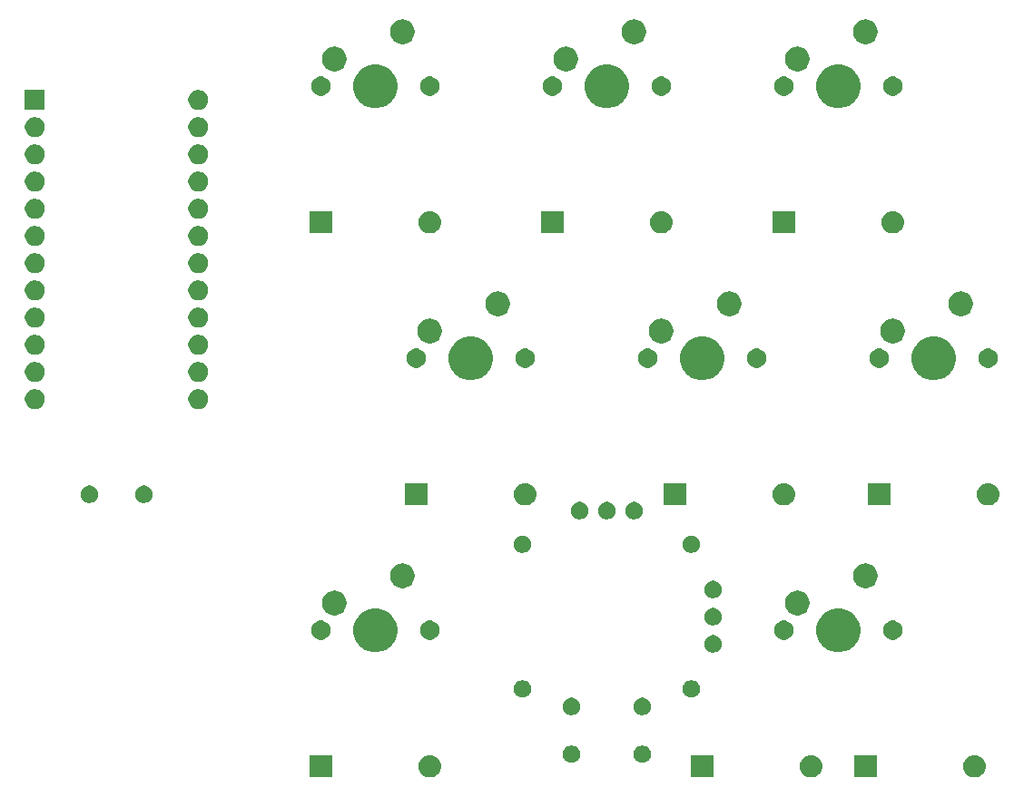
<source format=gbr>
G04 #@! TF.GenerationSoftware,KiCad,Pcbnew,5.1.4*
G04 #@! TF.CreationDate,2019-10-24T02:20:19+09:00*
G04 #@! TF.ProjectId,key_prac,6b65795f-7072-4616-932e-6b696361645f,rev?*
G04 #@! TF.SameCoordinates,PX3072580PY3dc4fd0*
G04 #@! TF.FileFunction,Soldermask,Top*
G04 #@! TF.FilePolarity,Negative*
%FSLAX46Y46*%
G04 Gerber Fmt 4.6, Leading zero omitted, Abs format (unit mm)*
G04 Created by KiCad (PCBNEW 5.1.4) date 2019-10-24 02:20:19*
%MOMM*%
%LPD*%
G04 APERTURE LIST*
%ADD10C,0.100000*%
G04 APERTURE END LIST*
D10*
G36*
X92813097Y-77694069D02*
G01*
X92916032Y-77704207D01*
X93114146Y-77764305D01*
X93114149Y-77764306D01*
X93210975Y-77816061D01*
X93296729Y-77861897D01*
X93456765Y-77993235D01*
X93588103Y-78153271D01*
X93633939Y-78239025D01*
X93685694Y-78335851D01*
X93685695Y-78335854D01*
X93745793Y-78533968D01*
X93766085Y-78740000D01*
X93745793Y-78946032D01*
X93685695Y-79144146D01*
X93685694Y-79144149D01*
X93633939Y-79240975D01*
X93588103Y-79326729D01*
X93456765Y-79486765D01*
X93296729Y-79618103D01*
X93210975Y-79663939D01*
X93114149Y-79715694D01*
X93114146Y-79715695D01*
X92916032Y-79775793D01*
X92813097Y-79785931D01*
X92761631Y-79791000D01*
X92658369Y-79791000D01*
X92606903Y-79785931D01*
X92503968Y-79775793D01*
X92305854Y-79715695D01*
X92305851Y-79715694D01*
X92209025Y-79663939D01*
X92123271Y-79618103D01*
X91963235Y-79486765D01*
X91831897Y-79326729D01*
X91786061Y-79240975D01*
X91734306Y-79144149D01*
X91734305Y-79144146D01*
X91674207Y-78946032D01*
X91653915Y-78740000D01*
X91674207Y-78533968D01*
X91734305Y-78335854D01*
X91734306Y-78335851D01*
X91786061Y-78239025D01*
X91831897Y-78153271D01*
X91963235Y-77993235D01*
X92123271Y-77861897D01*
X92209025Y-77816061D01*
X92305851Y-77764306D01*
X92305854Y-77764305D01*
X92503968Y-77704207D01*
X92606903Y-77694069D01*
X92658369Y-77689000D01*
X92761631Y-77689000D01*
X92813097Y-77694069D01*
X92813097Y-77694069D01*
G37*
G36*
X42013097Y-77694069D02*
G01*
X42116032Y-77704207D01*
X42314146Y-77764305D01*
X42314149Y-77764306D01*
X42410975Y-77816061D01*
X42496729Y-77861897D01*
X42656765Y-77993235D01*
X42788103Y-78153271D01*
X42833939Y-78239025D01*
X42885694Y-78335851D01*
X42885695Y-78335854D01*
X42945793Y-78533968D01*
X42966085Y-78740000D01*
X42945793Y-78946032D01*
X42885695Y-79144146D01*
X42885694Y-79144149D01*
X42833939Y-79240975D01*
X42788103Y-79326729D01*
X42656765Y-79486765D01*
X42496729Y-79618103D01*
X42410975Y-79663939D01*
X42314149Y-79715694D01*
X42314146Y-79715695D01*
X42116032Y-79775793D01*
X42013097Y-79785931D01*
X41961631Y-79791000D01*
X41858369Y-79791000D01*
X41806903Y-79785931D01*
X41703968Y-79775793D01*
X41505854Y-79715695D01*
X41505851Y-79715694D01*
X41409025Y-79663939D01*
X41323271Y-79618103D01*
X41163235Y-79486765D01*
X41031897Y-79326729D01*
X40986061Y-79240975D01*
X40934306Y-79144149D01*
X40934305Y-79144146D01*
X40874207Y-78946032D01*
X40853915Y-78740000D01*
X40874207Y-78533968D01*
X40934305Y-78335854D01*
X40934306Y-78335851D01*
X40986061Y-78239025D01*
X41031897Y-78153271D01*
X41163235Y-77993235D01*
X41323271Y-77861897D01*
X41409025Y-77816061D01*
X41505851Y-77764306D01*
X41505854Y-77764305D01*
X41703968Y-77704207D01*
X41806903Y-77694069D01*
X41858369Y-77689000D01*
X41961631Y-77689000D01*
X42013097Y-77694069D01*
X42013097Y-77694069D01*
G37*
G36*
X32801000Y-79791000D02*
G01*
X30699000Y-79791000D01*
X30699000Y-77689000D01*
X32801000Y-77689000D01*
X32801000Y-79791000D01*
X32801000Y-79791000D01*
G37*
G36*
X68361000Y-79791000D02*
G01*
X66259000Y-79791000D01*
X66259000Y-77689000D01*
X68361000Y-77689000D01*
X68361000Y-79791000D01*
X68361000Y-79791000D01*
G37*
G36*
X83601000Y-79791000D02*
G01*
X81499000Y-79791000D01*
X81499000Y-77689000D01*
X83601000Y-77689000D01*
X83601000Y-79791000D01*
X83601000Y-79791000D01*
G37*
G36*
X77573097Y-77694069D02*
G01*
X77676032Y-77704207D01*
X77874146Y-77764305D01*
X77874149Y-77764306D01*
X77970975Y-77816061D01*
X78056729Y-77861897D01*
X78216765Y-77993235D01*
X78348103Y-78153271D01*
X78393939Y-78239025D01*
X78445694Y-78335851D01*
X78445695Y-78335854D01*
X78505793Y-78533968D01*
X78526085Y-78740000D01*
X78505793Y-78946032D01*
X78445695Y-79144146D01*
X78445694Y-79144149D01*
X78393939Y-79240975D01*
X78348103Y-79326729D01*
X78216765Y-79486765D01*
X78056729Y-79618103D01*
X77970975Y-79663939D01*
X77874149Y-79715694D01*
X77874146Y-79715695D01*
X77676032Y-79775793D01*
X77573097Y-79785931D01*
X77521631Y-79791000D01*
X77418369Y-79791000D01*
X77366903Y-79785931D01*
X77263968Y-79775793D01*
X77065854Y-79715695D01*
X77065851Y-79715694D01*
X76969025Y-79663939D01*
X76883271Y-79618103D01*
X76723235Y-79486765D01*
X76591897Y-79326729D01*
X76546061Y-79240975D01*
X76494306Y-79144149D01*
X76494305Y-79144146D01*
X76434207Y-78946032D01*
X76413915Y-78740000D01*
X76434207Y-78533968D01*
X76494305Y-78335854D01*
X76494306Y-78335851D01*
X76546061Y-78239025D01*
X76591897Y-78153271D01*
X76723235Y-77993235D01*
X76883271Y-77861897D01*
X76969025Y-77816061D01*
X77065851Y-77764306D01*
X77065854Y-77764305D01*
X77263968Y-77704207D01*
X77366903Y-77694069D01*
X77418369Y-77689000D01*
X77521631Y-77689000D01*
X77573097Y-77694069D01*
X77573097Y-77694069D01*
G37*
G36*
X61959142Y-76840642D02*
G01*
X62107101Y-76901929D01*
X62240255Y-76990899D01*
X62353501Y-77104145D01*
X62442471Y-77237299D01*
X62503758Y-77385258D01*
X62535000Y-77542325D01*
X62535000Y-77702475D01*
X62503758Y-77859542D01*
X62442471Y-78007501D01*
X62353501Y-78140655D01*
X62240255Y-78253901D01*
X62107101Y-78342871D01*
X61959142Y-78404158D01*
X61802075Y-78435400D01*
X61641925Y-78435400D01*
X61484858Y-78404158D01*
X61336899Y-78342871D01*
X61203745Y-78253901D01*
X61090499Y-78140655D01*
X61001529Y-78007501D01*
X60940242Y-77859542D01*
X60909000Y-77702475D01*
X60909000Y-77542325D01*
X60940242Y-77385258D01*
X61001529Y-77237299D01*
X61090499Y-77104145D01*
X61203745Y-76990899D01*
X61336899Y-76901929D01*
X61484858Y-76840642D01*
X61641925Y-76809400D01*
X61802075Y-76809400D01*
X61959142Y-76840642D01*
X61959142Y-76840642D01*
G37*
G36*
X55355142Y-76840642D02*
G01*
X55503101Y-76901929D01*
X55636255Y-76990899D01*
X55749501Y-77104145D01*
X55838471Y-77237299D01*
X55899758Y-77385258D01*
X55931000Y-77542325D01*
X55931000Y-77702475D01*
X55899758Y-77859542D01*
X55838471Y-78007501D01*
X55749501Y-78140655D01*
X55636255Y-78253901D01*
X55503101Y-78342871D01*
X55355142Y-78404158D01*
X55198075Y-78435400D01*
X55037925Y-78435400D01*
X54880858Y-78404158D01*
X54732899Y-78342871D01*
X54599745Y-78253901D01*
X54486499Y-78140655D01*
X54397529Y-78007501D01*
X54336242Y-77859542D01*
X54305000Y-77702475D01*
X54305000Y-77542325D01*
X54336242Y-77385258D01*
X54397529Y-77237299D01*
X54486499Y-77104145D01*
X54599745Y-76990899D01*
X54732899Y-76901929D01*
X54880858Y-76840642D01*
X55037925Y-76809400D01*
X55198075Y-76809400D01*
X55355142Y-76840642D01*
X55355142Y-76840642D01*
G37*
G36*
X55355142Y-72370242D02*
G01*
X55503101Y-72431529D01*
X55636255Y-72520499D01*
X55749501Y-72633745D01*
X55838471Y-72766899D01*
X55899758Y-72914858D01*
X55931000Y-73071925D01*
X55931000Y-73232075D01*
X55899758Y-73389142D01*
X55838471Y-73537101D01*
X55749501Y-73670255D01*
X55636255Y-73783501D01*
X55503101Y-73872471D01*
X55355142Y-73933758D01*
X55198075Y-73965000D01*
X55037925Y-73965000D01*
X54880858Y-73933758D01*
X54732899Y-73872471D01*
X54599745Y-73783501D01*
X54486499Y-73670255D01*
X54397529Y-73537101D01*
X54336242Y-73389142D01*
X54305000Y-73232075D01*
X54305000Y-73071925D01*
X54336242Y-72914858D01*
X54397529Y-72766899D01*
X54486499Y-72633745D01*
X54599745Y-72520499D01*
X54732899Y-72431529D01*
X54880858Y-72370242D01*
X55037925Y-72339000D01*
X55198075Y-72339000D01*
X55355142Y-72370242D01*
X55355142Y-72370242D01*
G37*
G36*
X61959142Y-72370242D02*
G01*
X62107101Y-72431529D01*
X62240255Y-72520499D01*
X62353501Y-72633745D01*
X62442471Y-72766899D01*
X62503758Y-72914858D01*
X62535000Y-73071925D01*
X62535000Y-73232075D01*
X62503758Y-73389142D01*
X62442471Y-73537101D01*
X62353501Y-73670255D01*
X62240255Y-73783501D01*
X62107101Y-73872471D01*
X61959142Y-73933758D01*
X61802075Y-73965000D01*
X61641925Y-73965000D01*
X61484858Y-73933758D01*
X61336899Y-73872471D01*
X61203745Y-73783501D01*
X61090499Y-73670255D01*
X61001529Y-73537101D01*
X60940242Y-73389142D01*
X60909000Y-73232075D01*
X60909000Y-73071925D01*
X60940242Y-72914858D01*
X61001529Y-72766899D01*
X61090499Y-72633745D01*
X61203745Y-72520499D01*
X61336899Y-72431529D01*
X61484858Y-72370242D01*
X61641925Y-72339000D01*
X61802075Y-72339000D01*
X61959142Y-72370242D01*
X61959142Y-72370242D01*
G37*
G36*
X66531142Y-70744642D02*
G01*
X66679101Y-70805929D01*
X66812255Y-70894899D01*
X66925501Y-71008145D01*
X67014471Y-71141299D01*
X67075758Y-71289258D01*
X67107000Y-71446325D01*
X67107000Y-71606475D01*
X67075758Y-71763542D01*
X67014471Y-71911501D01*
X66925501Y-72044655D01*
X66812255Y-72157901D01*
X66679101Y-72246871D01*
X66531142Y-72308158D01*
X66374075Y-72339400D01*
X66213925Y-72339400D01*
X66056858Y-72308158D01*
X65908899Y-72246871D01*
X65775745Y-72157901D01*
X65662499Y-72044655D01*
X65573529Y-71911501D01*
X65512242Y-71763542D01*
X65481000Y-71606475D01*
X65481000Y-71446325D01*
X65512242Y-71289258D01*
X65573529Y-71141299D01*
X65662499Y-71008145D01*
X65775745Y-70894899D01*
X65908899Y-70805929D01*
X66056858Y-70744642D01*
X66213925Y-70713400D01*
X66374075Y-70713400D01*
X66531142Y-70744642D01*
X66531142Y-70744642D01*
G37*
G36*
X50783142Y-70744642D02*
G01*
X50931101Y-70805929D01*
X51064255Y-70894899D01*
X51177501Y-71008145D01*
X51266471Y-71141299D01*
X51327758Y-71289258D01*
X51359000Y-71446325D01*
X51359000Y-71606475D01*
X51327758Y-71763542D01*
X51266471Y-71911501D01*
X51177501Y-72044655D01*
X51064255Y-72157901D01*
X50931101Y-72246871D01*
X50783142Y-72308158D01*
X50626075Y-72339400D01*
X50465925Y-72339400D01*
X50308858Y-72308158D01*
X50160899Y-72246871D01*
X50027745Y-72157901D01*
X49914499Y-72044655D01*
X49825529Y-71911501D01*
X49764242Y-71763542D01*
X49733000Y-71606475D01*
X49733000Y-71446325D01*
X49764242Y-71289258D01*
X49825529Y-71141299D01*
X49914499Y-71008145D01*
X50027745Y-70894899D01*
X50160899Y-70805929D01*
X50308858Y-70744642D01*
X50465925Y-70713400D01*
X50626075Y-70713400D01*
X50783142Y-70744642D01*
X50783142Y-70744642D01*
G37*
G36*
X68563142Y-66528242D02*
G01*
X68711101Y-66589529D01*
X68844255Y-66678499D01*
X68957501Y-66791745D01*
X69046471Y-66924899D01*
X69107758Y-67072858D01*
X69139000Y-67229925D01*
X69139000Y-67390075D01*
X69107758Y-67547142D01*
X69046471Y-67695101D01*
X68957501Y-67828255D01*
X68844255Y-67941501D01*
X68711101Y-68030471D01*
X68563142Y-68091758D01*
X68406075Y-68123000D01*
X68245925Y-68123000D01*
X68088858Y-68091758D01*
X67940899Y-68030471D01*
X67807745Y-67941501D01*
X67694499Y-67828255D01*
X67605529Y-67695101D01*
X67544242Y-67547142D01*
X67513000Y-67390075D01*
X67513000Y-67229925D01*
X67544242Y-67072858D01*
X67605529Y-66924899D01*
X67694499Y-66791745D01*
X67807745Y-66678499D01*
X67940899Y-66589529D01*
X68088858Y-66528242D01*
X68245925Y-66497000D01*
X68406075Y-66497000D01*
X68563142Y-66528242D01*
X68563142Y-66528242D01*
G37*
G36*
X37428254Y-64067818D02*
G01*
X37801511Y-64222426D01*
X37801513Y-64222427D01*
X38137436Y-64446884D01*
X38423116Y-64732564D01*
X38606584Y-65007142D01*
X38647574Y-65068489D01*
X38802182Y-65441746D01*
X38881000Y-65837993D01*
X38881000Y-66242007D01*
X38802182Y-66638254D01*
X38647574Y-67011511D01*
X38647573Y-67011513D01*
X38423116Y-67347436D01*
X38137436Y-67633116D01*
X37801513Y-67857573D01*
X37801512Y-67857574D01*
X37801511Y-67857574D01*
X37428254Y-68012182D01*
X37032007Y-68091000D01*
X36627993Y-68091000D01*
X36231746Y-68012182D01*
X35858489Y-67857574D01*
X35858488Y-67857574D01*
X35858487Y-67857573D01*
X35522564Y-67633116D01*
X35236884Y-67347436D01*
X35012427Y-67011513D01*
X35012426Y-67011511D01*
X34857818Y-66638254D01*
X34779000Y-66242007D01*
X34779000Y-65837993D01*
X34857818Y-65441746D01*
X35012426Y-65068489D01*
X35053417Y-65007142D01*
X35236884Y-64732564D01*
X35522564Y-64446884D01*
X35858487Y-64222427D01*
X35858489Y-64222426D01*
X36231746Y-64067818D01*
X36627993Y-63989000D01*
X37032007Y-63989000D01*
X37428254Y-64067818D01*
X37428254Y-64067818D01*
G37*
G36*
X80608254Y-64067818D02*
G01*
X80981511Y-64222426D01*
X80981513Y-64222427D01*
X81317436Y-64446884D01*
X81603116Y-64732564D01*
X81786584Y-65007142D01*
X81827574Y-65068489D01*
X81982182Y-65441746D01*
X82061000Y-65837993D01*
X82061000Y-66242007D01*
X81982182Y-66638254D01*
X81827574Y-67011511D01*
X81827573Y-67011513D01*
X81603116Y-67347436D01*
X81317436Y-67633116D01*
X80981513Y-67857573D01*
X80981512Y-67857574D01*
X80981511Y-67857574D01*
X80608254Y-68012182D01*
X80212007Y-68091000D01*
X79807993Y-68091000D01*
X79411746Y-68012182D01*
X79038489Y-67857574D01*
X79038488Y-67857574D01*
X79038487Y-67857573D01*
X78702564Y-67633116D01*
X78416884Y-67347436D01*
X78192427Y-67011513D01*
X78192426Y-67011511D01*
X78037818Y-66638254D01*
X77959000Y-66242007D01*
X77959000Y-65837993D01*
X78037818Y-65441746D01*
X78192426Y-65068489D01*
X78233417Y-65007142D01*
X78416884Y-64732564D01*
X78702564Y-64446884D01*
X79038487Y-64222427D01*
X79038489Y-64222426D01*
X79411746Y-64067818D01*
X79807993Y-63989000D01*
X80212007Y-63989000D01*
X80608254Y-64067818D01*
X80608254Y-64067818D01*
G37*
G36*
X31863512Y-65143927D02*
G01*
X32012812Y-65173624D01*
X32176784Y-65241544D01*
X32324354Y-65340147D01*
X32449853Y-65465646D01*
X32548456Y-65613216D01*
X32616376Y-65777188D01*
X32651000Y-65951259D01*
X32651000Y-66128741D01*
X32616376Y-66302812D01*
X32548456Y-66466784D01*
X32449853Y-66614354D01*
X32324354Y-66739853D01*
X32176784Y-66838456D01*
X32012812Y-66906376D01*
X31863512Y-66936073D01*
X31838742Y-66941000D01*
X31661258Y-66941000D01*
X31636488Y-66936073D01*
X31487188Y-66906376D01*
X31323216Y-66838456D01*
X31175646Y-66739853D01*
X31050147Y-66614354D01*
X30951544Y-66466784D01*
X30883624Y-66302812D01*
X30849000Y-66128741D01*
X30849000Y-65951259D01*
X30883624Y-65777188D01*
X30951544Y-65613216D01*
X31050147Y-65465646D01*
X31175646Y-65340147D01*
X31323216Y-65241544D01*
X31487188Y-65173624D01*
X31636488Y-65143927D01*
X31661258Y-65139000D01*
X31838742Y-65139000D01*
X31863512Y-65143927D01*
X31863512Y-65143927D01*
G37*
G36*
X42023512Y-65143927D02*
G01*
X42172812Y-65173624D01*
X42336784Y-65241544D01*
X42484354Y-65340147D01*
X42609853Y-65465646D01*
X42708456Y-65613216D01*
X42776376Y-65777188D01*
X42811000Y-65951259D01*
X42811000Y-66128741D01*
X42776376Y-66302812D01*
X42708456Y-66466784D01*
X42609853Y-66614354D01*
X42484354Y-66739853D01*
X42336784Y-66838456D01*
X42172812Y-66906376D01*
X42023512Y-66936073D01*
X41998742Y-66941000D01*
X41821258Y-66941000D01*
X41796488Y-66936073D01*
X41647188Y-66906376D01*
X41483216Y-66838456D01*
X41335646Y-66739853D01*
X41210147Y-66614354D01*
X41111544Y-66466784D01*
X41043624Y-66302812D01*
X41009000Y-66128741D01*
X41009000Y-65951259D01*
X41043624Y-65777188D01*
X41111544Y-65613216D01*
X41210147Y-65465646D01*
X41335646Y-65340147D01*
X41483216Y-65241544D01*
X41647188Y-65173624D01*
X41796488Y-65143927D01*
X41821258Y-65139000D01*
X41998742Y-65139000D01*
X42023512Y-65143927D01*
X42023512Y-65143927D01*
G37*
G36*
X75043512Y-65143927D02*
G01*
X75192812Y-65173624D01*
X75356784Y-65241544D01*
X75504354Y-65340147D01*
X75629853Y-65465646D01*
X75728456Y-65613216D01*
X75796376Y-65777188D01*
X75831000Y-65951259D01*
X75831000Y-66128741D01*
X75796376Y-66302812D01*
X75728456Y-66466784D01*
X75629853Y-66614354D01*
X75504354Y-66739853D01*
X75356784Y-66838456D01*
X75192812Y-66906376D01*
X75043512Y-66936073D01*
X75018742Y-66941000D01*
X74841258Y-66941000D01*
X74816488Y-66936073D01*
X74667188Y-66906376D01*
X74503216Y-66838456D01*
X74355646Y-66739853D01*
X74230147Y-66614354D01*
X74131544Y-66466784D01*
X74063624Y-66302812D01*
X74029000Y-66128741D01*
X74029000Y-65951259D01*
X74063624Y-65777188D01*
X74131544Y-65613216D01*
X74230147Y-65465646D01*
X74355646Y-65340147D01*
X74503216Y-65241544D01*
X74667188Y-65173624D01*
X74816488Y-65143927D01*
X74841258Y-65139000D01*
X75018742Y-65139000D01*
X75043512Y-65143927D01*
X75043512Y-65143927D01*
G37*
G36*
X85203512Y-65143927D02*
G01*
X85352812Y-65173624D01*
X85516784Y-65241544D01*
X85664354Y-65340147D01*
X85789853Y-65465646D01*
X85888456Y-65613216D01*
X85956376Y-65777188D01*
X85991000Y-65951259D01*
X85991000Y-66128741D01*
X85956376Y-66302812D01*
X85888456Y-66466784D01*
X85789853Y-66614354D01*
X85664354Y-66739853D01*
X85516784Y-66838456D01*
X85352812Y-66906376D01*
X85203512Y-66936073D01*
X85178742Y-66941000D01*
X85001258Y-66941000D01*
X84976488Y-66936073D01*
X84827188Y-66906376D01*
X84663216Y-66838456D01*
X84515646Y-66739853D01*
X84390147Y-66614354D01*
X84291544Y-66466784D01*
X84223624Y-66302812D01*
X84189000Y-66128741D01*
X84189000Y-65951259D01*
X84223624Y-65777188D01*
X84291544Y-65613216D01*
X84390147Y-65465646D01*
X84515646Y-65340147D01*
X84663216Y-65241544D01*
X84827188Y-65173624D01*
X84976488Y-65143927D01*
X85001258Y-65139000D01*
X85178742Y-65139000D01*
X85203512Y-65143927D01*
X85203512Y-65143927D01*
G37*
G36*
X68563142Y-63988242D02*
G01*
X68711101Y-64049529D01*
X68844255Y-64138499D01*
X68957501Y-64251745D01*
X69046471Y-64384899D01*
X69107758Y-64532858D01*
X69139000Y-64689925D01*
X69139000Y-64850075D01*
X69107758Y-65007142D01*
X69046471Y-65155101D01*
X68957501Y-65288255D01*
X68844255Y-65401501D01*
X68711101Y-65490471D01*
X68563142Y-65551758D01*
X68406075Y-65583000D01*
X68245925Y-65583000D01*
X68088858Y-65551758D01*
X67940899Y-65490471D01*
X67807745Y-65401501D01*
X67694499Y-65288255D01*
X67605529Y-65155101D01*
X67544242Y-65007142D01*
X67513000Y-64850075D01*
X67513000Y-64689925D01*
X67544242Y-64532858D01*
X67605529Y-64384899D01*
X67694499Y-64251745D01*
X67807745Y-64138499D01*
X67940899Y-64049529D01*
X68088858Y-63988242D01*
X68245925Y-63957000D01*
X68406075Y-63957000D01*
X68563142Y-63988242D01*
X68563142Y-63988242D01*
G37*
G36*
X76424549Y-62371116D02*
G01*
X76535734Y-62393232D01*
X76683850Y-62454584D01*
X76714169Y-62467142D01*
X76745203Y-62479997D01*
X76933720Y-62605960D01*
X77094040Y-62766280D01*
X77220003Y-62954797D01*
X77306768Y-63164266D01*
X77351000Y-63386636D01*
X77351000Y-63613364D01*
X77306768Y-63835734D01*
X77220003Y-64045203D01*
X77094040Y-64233720D01*
X76933720Y-64394040D01*
X76745203Y-64520003D01*
X76745202Y-64520004D01*
X76745201Y-64520004D01*
X76683850Y-64545416D01*
X76535734Y-64606768D01*
X76424549Y-64628884D01*
X76313365Y-64651000D01*
X76086635Y-64651000D01*
X75975451Y-64628884D01*
X75864266Y-64606768D01*
X75716150Y-64545416D01*
X75654799Y-64520004D01*
X75654798Y-64520004D01*
X75654797Y-64520003D01*
X75466280Y-64394040D01*
X75305960Y-64233720D01*
X75179997Y-64045203D01*
X75093232Y-63835734D01*
X75049000Y-63613364D01*
X75049000Y-63386636D01*
X75093232Y-63164266D01*
X75179997Y-62954797D01*
X75305960Y-62766280D01*
X75466280Y-62605960D01*
X75654797Y-62479997D01*
X75685832Y-62467142D01*
X75716150Y-62454584D01*
X75864266Y-62393232D01*
X75975451Y-62371116D01*
X76086635Y-62349000D01*
X76313365Y-62349000D01*
X76424549Y-62371116D01*
X76424549Y-62371116D01*
G37*
G36*
X33244549Y-62371116D02*
G01*
X33355734Y-62393232D01*
X33503850Y-62454584D01*
X33534169Y-62467142D01*
X33565203Y-62479997D01*
X33753720Y-62605960D01*
X33914040Y-62766280D01*
X34040003Y-62954797D01*
X34126768Y-63164266D01*
X34171000Y-63386636D01*
X34171000Y-63613364D01*
X34126768Y-63835734D01*
X34040003Y-64045203D01*
X33914040Y-64233720D01*
X33753720Y-64394040D01*
X33565203Y-64520003D01*
X33565202Y-64520004D01*
X33565201Y-64520004D01*
X33503850Y-64545416D01*
X33355734Y-64606768D01*
X33244549Y-64628884D01*
X33133365Y-64651000D01*
X32906635Y-64651000D01*
X32795451Y-64628884D01*
X32684266Y-64606768D01*
X32536150Y-64545416D01*
X32474799Y-64520004D01*
X32474798Y-64520004D01*
X32474797Y-64520003D01*
X32286280Y-64394040D01*
X32125960Y-64233720D01*
X31999997Y-64045203D01*
X31913232Y-63835734D01*
X31869000Y-63613364D01*
X31869000Y-63386636D01*
X31913232Y-63164266D01*
X31999997Y-62954797D01*
X32125960Y-62766280D01*
X32286280Y-62605960D01*
X32474797Y-62479997D01*
X32505832Y-62467142D01*
X32536150Y-62454584D01*
X32684266Y-62393232D01*
X32795451Y-62371116D01*
X32906635Y-62349000D01*
X33133365Y-62349000D01*
X33244549Y-62371116D01*
X33244549Y-62371116D01*
G37*
G36*
X68563142Y-61448242D02*
G01*
X68711101Y-61509529D01*
X68844255Y-61598499D01*
X68957501Y-61711745D01*
X69046471Y-61844899D01*
X69107758Y-61992858D01*
X69139000Y-62149925D01*
X69139000Y-62310075D01*
X69107758Y-62467142D01*
X69046471Y-62615101D01*
X68957501Y-62748255D01*
X68844255Y-62861501D01*
X68711101Y-62950471D01*
X68563142Y-63011758D01*
X68406075Y-63043000D01*
X68245925Y-63043000D01*
X68088858Y-63011758D01*
X67940899Y-62950471D01*
X67807745Y-62861501D01*
X67694499Y-62748255D01*
X67605529Y-62615101D01*
X67544242Y-62467142D01*
X67513000Y-62310075D01*
X67513000Y-62149925D01*
X67544242Y-61992858D01*
X67605529Y-61844899D01*
X67694499Y-61711745D01*
X67807745Y-61598499D01*
X67940899Y-61509529D01*
X68088858Y-61448242D01*
X68245925Y-61417000D01*
X68406075Y-61417000D01*
X68563142Y-61448242D01*
X68563142Y-61448242D01*
G37*
G36*
X82774549Y-59831116D02*
G01*
X82885734Y-59853232D01*
X83095203Y-59939997D01*
X83283720Y-60065960D01*
X83444040Y-60226280D01*
X83570003Y-60414797D01*
X83656768Y-60624266D01*
X83701000Y-60846636D01*
X83701000Y-61073364D01*
X83656768Y-61295734D01*
X83570003Y-61505203D01*
X83444040Y-61693720D01*
X83283720Y-61854040D01*
X83095203Y-61980003D01*
X83095202Y-61980004D01*
X83095201Y-61980004D01*
X83033850Y-62005416D01*
X82885734Y-62066768D01*
X82774549Y-62088884D01*
X82663365Y-62111000D01*
X82436635Y-62111000D01*
X82325451Y-62088884D01*
X82214266Y-62066768D01*
X82066150Y-62005416D01*
X82004799Y-61980004D01*
X82004798Y-61980004D01*
X82004797Y-61980003D01*
X81816280Y-61854040D01*
X81655960Y-61693720D01*
X81529997Y-61505203D01*
X81443232Y-61295734D01*
X81399000Y-61073364D01*
X81399000Y-60846636D01*
X81443232Y-60624266D01*
X81529997Y-60414797D01*
X81655960Y-60226280D01*
X81816280Y-60065960D01*
X82004797Y-59939997D01*
X82214266Y-59853232D01*
X82325451Y-59831116D01*
X82436635Y-59809000D01*
X82663365Y-59809000D01*
X82774549Y-59831116D01*
X82774549Y-59831116D01*
G37*
G36*
X39594549Y-59831116D02*
G01*
X39705734Y-59853232D01*
X39915203Y-59939997D01*
X40103720Y-60065960D01*
X40264040Y-60226280D01*
X40390003Y-60414797D01*
X40476768Y-60624266D01*
X40521000Y-60846636D01*
X40521000Y-61073364D01*
X40476768Y-61295734D01*
X40390003Y-61505203D01*
X40264040Y-61693720D01*
X40103720Y-61854040D01*
X39915203Y-61980003D01*
X39915202Y-61980004D01*
X39915201Y-61980004D01*
X39853850Y-62005416D01*
X39705734Y-62066768D01*
X39594549Y-62088884D01*
X39483365Y-62111000D01*
X39256635Y-62111000D01*
X39145451Y-62088884D01*
X39034266Y-62066768D01*
X38886150Y-62005416D01*
X38824799Y-61980004D01*
X38824798Y-61980004D01*
X38824797Y-61980003D01*
X38636280Y-61854040D01*
X38475960Y-61693720D01*
X38349997Y-61505203D01*
X38263232Y-61295734D01*
X38219000Y-61073364D01*
X38219000Y-60846636D01*
X38263232Y-60624266D01*
X38349997Y-60414797D01*
X38475960Y-60226280D01*
X38636280Y-60065960D01*
X38824797Y-59939997D01*
X39034266Y-59853232D01*
X39145451Y-59831116D01*
X39256635Y-59809000D01*
X39483365Y-59809000D01*
X39594549Y-59831116D01*
X39594549Y-59831116D01*
G37*
G36*
X50783142Y-57231842D02*
G01*
X50931101Y-57293129D01*
X51064255Y-57382099D01*
X51177501Y-57495345D01*
X51266471Y-57628499D01*
X51327758Y-57776458D01*
X51359000Y-57933525D01*
X51359000Y-58093675D01*
X51327758Y-58250742D01*
X51266471Y-58398701D01*
X51177501Y-58531855D01*
X51064255Y-58645101D01*
X50931101Y-58734071D01*
X50783142Y-58795358D01*
X50626075Y-58826600D01*
X50465925Y-58826600D01*
X50308858Y-58795358D01*
X50160899Y-58734071D01*
X50027745Y-58645101D01*
X49914499Y-58531855D01*
X49825529Y-58398701D01*
X49764242Y-58250742D01*
X49733000Y-58093675D01*
X49733000Y-57933525D01*
X49764242Y-57776458D01*
X49825529Y-57628499D01*
X49914499Y-57495345D01*
X50027745Y-57382099D01*
X50160899Y-57293129D01*
X50308858Y-57231842D01*
X50465925Y-57200600D01*
X50626075Y-57200600D01*
X50783142Y-57231842D01*
X50783142Y-57231842D01*
G37*
G36*
X66531142Y-57231842D02*
G01*
X66679101Y-57293129D01*
X66812255Y-57382099D01*
X66925501Y-57495345D01*
X67014471Y-57628499D01*
X67075758Y-57776458D01*
X67107000Y-57933525D01*
X67107000Y-58093675D01*
X67075758Y-58250742D01*
X67014471Y-58398701D01*
X66925501Y-58531855D01*
X66812255Y-58645101D01*
X66679101Y-58734071D01*
X66531142Y-58795358D01*
X66374075Y-58826600D01*
X66213925Y-58826600D01*
X66056858Y-58795358D01*
X65908899Y-58734071D01*
X65775745Y-58645101D01*
X65662499Y-58531855D01*
X65573529Y-58398701D01*
X65512242Y-58250742D01*
X65481000Y-58093675D01*
X65481000Y-57933525D01*
X65512242Y-57776458D01*
X65573529Y-57628499D01*
X65662499Y-57495345D01*
X65775745Y-57382099D01*
X65908899Y-57293129D01*
X66056858Y-57231842D01*
X66213925Y-57200600D01*
X66374075Y-57200600D01*
X66531142Y-57231842D01*
X66531142Y-57231842D01*
G37*
G36*
X58657142Y-54082242D02*
G01*
X58805101Y-54143529D01*
X58938255Y-54232499D01*
X59051501Y-54345745D01*
X59140471Y-54478899D01*
X59201758Y-54626858D01*
X59233000Y-54783925D01*
X59233000Y-54944075D01*
X59201758Y-55101142D01*
X59140471Y-55249101D01*
X59051501Y-55382255D01*
X58938255Y-55495501D01*
X58805101Y-55584471D01*
X58657142Y-55645758D01*
X58500075Y-55677000D01*
X58339925Y-55677000D01*
X58182858Y-55645758D01*
X58034899Y-55584471D01*
X57901745Y-55495501D01*
X57788499Y-55382255D01*
X57699529Y-55249101D01*
X57638242Y-55101142D01*
X57607000Y-54944075D01*
X57607000Y-54783925D01*
X57638242Y-54626858D01*
X57699529Y-54478899D01*
X57788499Y-54345745D01*
X57901745Y-54232499D01*
X58034899Y-54143529D01*
X58182858Y-54082242D01*
X58339925Y-54051000D01*
X58500075Y-54051000D01*
X58657142Y-54082242D01*
X58657142Y-54082242D01*
G37*
G36*
X61197142Y-54082242D02*
G01*
X61345101Y-54143529D01*
X61478255Y-54232499D01*
X61591501Y-54345745D01*
X61680471Y-54478899D01*
X61741758Y-54626858D01*
X61773000Y-54783925D01*
X61773000Y-54944075D01*
X61741758Y-55101142D01*
X61680471Y-55249101D01*
X61591501Y-55382255D01*
X61478255Y-55495501D01*
X61345101Y-55584471D01*
X61197142Y-55645758D01*
X61040075Y-55677000D01*
X60879925Y-55677000D01*
X60722858Y-55645758D01*
X60574899Y-55584471D01*
X60441745Y-55495501D01*
X60328499Y-55382255D01*
X60239529Y-55249101D01*
X60178242Y-55101142D01*
X60147000Y-54944075D01*
X60147000Y-54783925D01*
X60178242Y-54626858D01*
X60239529Y-54478899D01*
X60328499Y-54345745D01*
X60441745Y-54232499D01*
X60574899Y-54143529D01*
X60722858Y-54082242D01*
X60879925Y-54051000D01*
X61040075Y-54051000D01*
X61197142Y-54082242D01*
X61197142Y-54082242D01*
G37*
G36*
X56117142Y-54082242D02*
G01*
X56265101Y-54143529D01*
X56398255Y-54232499D01*
X56511501Y-54345745D01*
X56600471Y-54478899D01*
X56661758Y-54626858D01*
X56693000Y-54783925D01*
X56693000Y-54944075D01*
X56661758Y-55101142D01*
X56600471Y-55249101D01*
X56511501Y-55382255D01*
X56398255Y-55495501D01*
X56265101Y-55584471D01*
X56117142Y-55645758D01*
X55960075Y-55677000D01*
X55799925Y-55677000D01*
X55642858Y-55645758D01*
X55494899Y-55584471D01*
X55361745Y-55495501D01*
X55248499Y-55382255D01*
X55159529Y-55249101D01*
X55098242Y-55101142D01*
X55067000Y-54944075D01*
X55067000Y-54783925D01*
X55098242Y-54626858D01*
X55159529Y-54478899D01*
X55248499Y-54345745D01*
X55361745Y-54232499D01*
X55494899Y-54143529D01*
X55642858Y-54082242D01*
X55799925Y-54051000D01*
X55960075Y-54051000D01*
X56117142Y-54082242D01*
X56117142Y-54082242D01*
G37*
G36*
X94083097Y-52294069D02*
G01*
X94186032Y-52304207D01*
X94384146Y-52364305D01*
X94384149Y-52364306D01*
X94480975Y-52416061D01*
X94566729Y-52461897D01*
X94726765Y-52593235D01*
X94858103Y-52753271D01*
X94894702Y-52821743D01*
X94955694Y-52935851D01*
X94955695Y-52935854D01*
X95015793Y-53133968D01*
X95036085Y-53340000D01*
X95015793Y-53546032D01*
X94961472Y-53725101D01*
X94955694Y-53744149D01*
X94903939Y-53840975D01*
X94858103Y-53926729D01*
X94726765Y-54086765D01*
X94566729Y-54218103D01*
X94480975Y-54263939D01*
X94384149Y-54315694D01*
X94384146Y-54315695D01*
X94186032Y-54375793D01*
X94083097Y-54385931D01*
X94031631Y-54391000D01*
X93928369Y-54391000D01*
X93876903Y-54385931D01*
X93773968Y-54375793D01*
X93575854Y-54315695D01*
X93575851Y-54315694D01*
X93479025Y-54263939D01*
X93393271Y-54218103D01*
X93233235Y-54086765D01*
X93101897Y-53926729D01*
X93056061Y-53840975D01*
X93004306Y-53744149D01*
X92998528Y-53725101D01*
X92944207Y-53546032D01*
X92923915Y-53340000D01*
X92944207Y-53133968D01*
X93004305Y-52935854D01*
X93004306Y-52935851D01*
X93065298Y-52821743D01*
X93101897Y-52753271D01*
X93233235Y-52593235D01*
X93393271Y-52461897D01*
X93479025Y-52416061D01*
X93575851Y-52364306D01*
X93575854Y-52364305D01*
X93773968Y-52304207D01*
X93876903Y-52294069D01*
X93928369Y-52289000D01*
X94031631Y-52289000D01*
X94083097Y-52294069D01*
X94083097Y-52294069D01*
G37*
G36*
X84871000Y-54391000D02*
G01*
X82769000Y-54391000D01*
X82769000Y-52289000D01*
X84871000Y-52289000D01*
X84871000Y-54391000D01*
X84871000Y-54391000D01*
G37*
G36*
X41691000Y-54391000D02*
G01*
X39589000Y-54391000D01*
X39589000Y-52289000D01*
X41691000Y-52289000D01*
X41691000Y-54391000D01*
X41691000Y-54391000D01*
G37*
G36*
X50903097Y-52294069D02*
G01*
X51006032Y-52304207D01*
X51204146Y-52364305D01*
X51204149Y-52364306D01*
X51300975Y-52416061D01*
X51386729Y-52461897D01*
X51546765Y-52593235D01*
X51678103Y-52753271D01*
X51714702Y-52821743D01*
X51775694Y-52935851D01*
X51775695Y-52935854D01*
X51835793Y-53133968D01*
X51856085Y-53340000D01*
X51835793Y-53546032D01*
X51781472Y-53725101D01*
X51775694Y-53744149D01*
X51723939Y-53840975D01*
X51678103Y-53926729D01*
X51546765Y-54086765D01*
X51386729Y-54218103D01*
X51300975Y-54263939D01*
X51204149Y-54315694D01*
X51204146Y-54315695D01*
X51006032Y-54375793D01*
X50903097Y-54385931D01*
X50851631Y-54391000D01*
X50748369Y-54391000D01*
X50696903Y-54385931D01*
X50593968Y-54375793D01*
X50395854Y-54315695D01*
X50395851Y-54315694D01*
X50299025Y-54263939D01*
X50213271Y-54218103D01*
X50053235Y-54086765D01*
X49921897Y-53926729D01*
X49876061Y-53840975D01*
X49824306Y-53744149D01*
X49818528Y-53725101D01*
X49764207Y-53546032D01*
X49743915Y-53340000D01*
X49764207Y-53133968D01*
X49824305Y-52935854D01*
X49824306Y-52935851D01*
X49885298Y-52821743D01*
X49921897Y-52753271D01*
X50053235Y-52593235D01*
X50213271Y-52461897D01*
X50299025Y-52416061D01*
X50395851Y-52364306D01*
X50395854Y-52364305D01*
X50593968Y-52304207D01*
X50696903Y-52294069D01*
X50748369Y-52289000D01*
X50851631Y-52289000D01*
X50903097Y-52294069D01*
X50903097Y-52294069D01*
G37*
G36*
X65821000Y-54391000D02*
G01*
X63719000Y-54391000D01*
X63719000Y-52289000D01*
X65821000Y-52289000D01*
X65821000Y-54391000D01*
X65821000Y-54391000D01*
G37*
G36*
X75033097Y-52294069D02*
G01*
X75136032Y-52304207D01*
X75334146Y-52364305D01*
X75334149Y-52364306D01*
X75430975Y-52416061D01*
X75516729Y-52461897D01*
X75676765Y-52593235D01*
X75808103Y-52753271D01*
X75844702Y-52821743D01*
X75905694Y-52935851D01*
X75905695Y-52935854D01*
X75965793Y-53133968D01*
X75986085Y-53340000D01*
X75965793Y-53546032D01*
X75911472Y-53725101D01*
X75905694Y-53744149D01*
X75853939Y-53840975D01*
X75808103Y-53926729D01*
X75676765Y-54086765D01*
X75516729Y-54218103D01*
X75430975Y-54263939D01*
X75334149Y-54315694D01*
X75334146Y-54315695D01*
X75136032Y-54375793D01*
X75033097Y-54385931D01*
X74981631Y-54391000D01*
X74878369Y-54391000D01*
X74826903Y-54385931D01*
X74723968Y-54375793D01*
X74525854Y-54315695D01*
X74525851Y-54315694D01*
X74429025Y-54263939D01*
X74343271Y-54218103D01*
X74183235Y-54086765D01*
X74051897Y-53926729D01*
X74006061Y-53840975D01*
X73954306Y-53744149D01*
X73948528Y-53725101D01*
X73894207Y-53546032D01*
X73873915Y-53340000D01*
X73894207Y-53133968D01*
X73954305Y-52935854D01*
X73954306Y-52935851D01*
X74015298Y-52821743D01*
X74051897Y-52753271D01*
X74183235Y-52593235D01*
X74343271Y-52461897D01*
X74429025Y-52416061D01*
X74525851Y-52364306D01*
X74525854Y-52364305D01*
X74723968Y-52304207D01*
X74826903Y-52294069D01*
X74878369Y-52289000D01*
X74981631Y-52289000D01*
X75033097Y-52294069D01*
X75033097Y-52294069D01*
G37*
G36*
X15477142Y-52558242D02*
G01*
X15625101Y-52619529D01*
X15758255Y-52708499D01*
X15871501Y-52821745D01*
X15960471Y-52954899D01*
X16021758Y-53102858D01*
X16053000Y-53259925D01*
X16053000Y-53420075D01*
X16021758Y-53577142D01*
X15960471Y-53725101D01*
X15871501Y-53858255D01*
X15758255Y-53971501D01*
X15625101Y-54060471D01*
X15477142Y-54121758D01*
X15320075Y-54153000D01*
X15159925Y-54153000D01*
X15002858Y-54121758D01*
X14854899Y-54060471D01*
X14721745Y-53971501D01*
X14608499Y-53858255D01*
X14519529Y-53725101D01*
X14458242Y-53577142D01*
X14427000Y-53420075D01*
X14427000Y-53259925D01*
X14458242Y-53102858D01*
X14519529Y-52954899D01*
X14608499Y-52821745D01*
X14721745Y-52708499D01*
X14854899Y-52619529D01*
X15002858Y-52558242D01*
X15159925Y-52527000D01*
X15320075Y-52527000D01*
X15477142Y-52558242D01*
X15477142Y-52558242D01*
G37*
G36*
X10397142Y-52558242D02*
G01*
X10545101Y-52619529D01*
X10678255Y-52708499D01*
X10791501Y-52821745D01*
X10880471Y-52954899D01*
X10941758Y-53102858D01*
X10973000Y-53259925D01*
X10973000Y-53420075D01*
X10941758Y-53577142D01*
X10880471Y-53725101D01*
X10791501Y-53858255D01*
X10678255Y-53971501D01*
X10545101Y-54060471D01*
X10397142Y-54121758D01*
X10240075Y-54153000D01*
X10079925Y-54153000D01*
X9922858Y-54121758D01*
X9774899Y-54060471D01*
X9641745Y-53971501D01*
X9528499Y-53858255D01*
X9439529Y-53725101D01*
X9378242Y-53577142D01*
X9347000Y-53420075D01*
X9347000Y-53259925D01*
X9378242Y-53102858D01*
X9439529Y-52954899D01*
X9528499Y-52821745D01*
X9641745Y-52708499D01*
X9774899Y-52619529D01*
X9922858Y-52558242D01*
X10079925Y-52527000D01*
X10240075Y-52527000D01*
X10397142Y-52558242D01*
X10397142Y-52558242D01*
G37*
G36*
X20590483Y-43558335D02*
G01*
X20759240Y-43628236D01*
X20911118Y-43729718D01*
X21040282Y-43858882D01*
X21141764Y-44010760D01*
X21211665Y-44179517D01*
X21247300Y-44358668D01*
X21247300Y-44541332D01*
X21211665Y-44720483D01*
X21141764Y-44889240D01*
X21040282Y-45041118D01*
X20911118Y-45170282D01*
X20759240Y-45271764D01*
X20590483Y-45341665D01*
X20411332Y-45377300D01*
X20228668Y-45377300D01*
X20049517Y-45341665D01*
X19880760Y-45271764D01*
X19728882Y-45170282D01*
X19599718Y-45041118D01*
X19498236Y-44889240D01*
X19428335Y-44720483D01*
X19392700Y-44541332D01*
X19392700Y-44358668D01*
X19428335Y-44179517D01*
X19498236Y-44010760D01*
X19599718Y-43858882D01*
X19728882Y-43729718D01*
X19880760Y-43628236D01*
X20049517Y-43558335D01*
X20228668Y-43522700D01*
X20411332Y-43522700D01*
X20590483Y-43558335D01*
X20590483Y-43558335D01*
G37*
G36*
X5350483Y-43558335D02*
G01*
X5519240Y-43628236D01*
X5671118Y-43729718D01*
X5800282Y-43858882D01*
X5901764Y-44010760D01*
X5971665Y-44179517D01*
X6007300Y-44358668D01*
X6007300Y-44541332D01*
X5971665Y-44720483D01*
X5901764Y-44889240D01*
X5800282Y-45041118D01*
X5671118Y-45170282D01*
X5519240Y-45271764D01*
X5350483Y-45341665D01*
X5171332Y-45377300D01*
X4988668Y-45377300D01*
X4809517Y-45341665D01*
X4640760Y-45271764D01*
X4488882Y-45170282D01*
X4359718Y-45041118D01*
X4258236Y-44889240D01*
X4188335Y-44720483D01*
X4152700Y-44541332D01*
X4152700Y-44358668D01*
X4188335Y-44179517D01*
X4258236Y-44010760D01*
X4359718Y-43858882D01*
X4488882Y-43729718D01*
X4640760Y-43628236D01*
X4809517Y-43558335D01*
X4988668Y-43522700D01*
X5171332Y-43522700D01*
X5350483Y-43558335D01*
X5350483Y-43558335D01*
G37*
G36*
X20590483Y-41018335D02*
G01*
X20759240Y-41088236D01*
X20911118Y-41189718D01*
X21040282Y-41318882D01*
X21141764Y-41470760D01*
X21211665Y-41639517D01*
X21247300Y-41818668D01*
X21247300Y-42001332D01*
X21211665Y-42180483D01*
X21141764Y-42349240D01*
X21040282Y-42501118D01*
X20911118Y-42630282D01*
X20759240Y-42731764D01*
X20590483Y-42801665D01*
X20411332Y-42837300D01*
X20228668Y-42837300D01*
X20049517Y-42801665D01*
X19880760Y-42731764D01*
X19728882Y-42630282D01*
X19599718Y-42501118D01*
X19498236Y-42349240D01*
X19428335Y-42180483D01*
X19392700Y-42001332D01*
X19392700Y-41818668D01*
X19428335Y-41639517D01*
X19498236Y-41470760D01*
X19599718Y-41318882D01*
X19728882Y-41189718D01*
X19880760Y-41088236D01*
X20049517Y-41018335D01*
X20228668Y-40982700D01*
X20411332Y-40982700D01*
X20590483Y-41018335D01*
X20590483Y-41018335D01*
G37*
G36*
X5350483Y-41018335D02*
G01*
X5519240Y-41088236D01*
X5671118Y-41189718D01*
X5800282Y-41318882D01*
X5901764Y-41470760D01*
X5971665Y-41639517D01*
X6007300Y-41818668D01*
X6007300Y-42001332D01*
X5971665Y-42180483D01*
X5901764Y-42349240D01*
X5800282Y-42501118D01*
X5671118Y-42630282D01*
X5519240Y-42731764D01*
X5350483Y-42801665D01*
X5171332Y-42837300D01*
X4988668Y-42837300D01*
X4809517Y-42801665D01*
X4640760Y-42731764D01*
X4488882Y-42630282D01*
X4359718Y-42501118D01*
X4258236Y-42349240D01*
X4188335Y-42180483D01*
X4152700Y-42001332D01*
X4152700Y-41818668D01*
X4188335Y-41639517D01*
X4258236Y-41470760D01*
X4359718Y-41318882D01*
X4488882Y-41189718D01*
X4640760Y-41088236D01*
X4809517Y-41018335D01*
X4988668Y-40982700D01*
X5171332Y-40982700D01*
X5350483Y-41018335D01*
X5350483Y-41018335D01*
G37*
G36*
X89498254Y-38667818D02*
G01*
X89766386Y-38778882D01*
X89871513Y-38822427D01*
X90207436Y-39046884D01*
X90493116Y-39332564D01*
X90579156Y-39461331D01*
X90717574Y-39668489D01*
X90872182Y-40041746D01*
X90951000Y-40437993D01*
X90951000Y-40842007D01*
X90872182Y-41238254D01*
X90717574Y-41611511D01*
X90717573Y-41611513D01*
X90493116Y-41947436D01*
X90207436Y-42233116D01*
X89871513Y-42457573D01*
X89871512Y-42457574D01*
X89871511Y-42457574D01*
X89498254Y-42612182D01*
X89102007Y-42691000D01*
X88697993Y-42691000D01*
X88301746Y-42612182D01*
X87928489Y-42457574D01*
X87928488Y-42457574D01*
X87928487Y-42457573D01*
X87592564Y-42233116D01*
X87306884Y-41947436D01*
X87082427Y-41611513D01*
X87082426Y-41611511D01*
X86927818Y-41238254D01*
X86849000Y-40842007D01*
X86849000Y-40437993D01*
X86927818Y-40041746D01*
X87082426Y-39668489D01*
X87220845Y-39461331D01*
X87306884Y-39332564D01*
X87592564Y-39046884D01*
X87928487Y-38822427D01*
X88033614Y-38778882D01*
X88301746Y-38667818D01*
X88697993Y-38589000D01*
X89102007Y-38589000D01*
X89498254Y-38667818D01*
X89498254Y-38667818D01*
G37*
G36*
X67908254Y-38667818D02*
G01*
X68176386Y-38778882D01*
X68281513Y-38822427D01*
X68617436Y-39046884D01*
X68903116Y-39332564D01*
X68989156Y-39461331D01*
X69127574Y-39668489D01*
X69282182Y-40041746D01*
X69361000Y-40437993D01*
X69361000Y-40842007D01*
X69282182Y-41238254D01*
X69127574Y-41611511D01*
X69127573Y-41611513D01*
X68903116Y-41947436D01*
X68617436Y-42233116D01*
X68281513Y-42457573D01*
X68281512Y-42457574D01*
X68281511Y-42457574D01*
X67908254Y-42612182D01*
X67512007Y-42691000D01*
X67107993Y-42691000D01*
X66711746Y-42612182D01*
X66338489Y-42457574D01*
X66338488Y-42457574D01*
X66338487Y-42457573D01*
X66002564Y-42233116D01*
X65716884Y-41947436D01*
X65492427Y-41611513D01*
X65492426Y-41611511D01*
X65337818Y-41238254D01*
X65259000Y-40842007D01*
X65259000Y-40437993D01*
X65337818Y-40041746D01*
X65492426Y-39668489D01*
X65630845Y-39461331D01*
X65716884Y-39332564D01*
X66002564Y-39046884D01*
X66338487Y-38822427D01*
X66443614Y-38778882D01*
X66711746Y-38667818D01*
X67107993Y-38589000D01*
X67512007Y-38589000D01*
X67908254Y-38667818D01*
X67908254Y-38667818D01*
G37*
G36*
X46318254Y-38667818D02*
G01*
X46586386Y-38778882D01*
X46691513Y-38822427D01*
X47027436Y-39046884D01*
X47313116Y-39332564D01*
X47399156Y-39461331D01*
X47537574Y-39668489D01*
X47692182Y-40041746D01*
X47771000Y-40437993D01*
X47771000Y-40842007D01*
X47692182Y-41238254D01*
X47537574Y-41611511D01*
X47537573Y-41611513D01*
X47313116Y-41947436D01*
X47027436Y-42233116D01*
X46691513Y-42457573D01*
X46691512Y-42457574D01*
X46691511Y-42457574D01*
X46318254Y-42612182D01*
X45922007Y-42691000D01*
X45517993Y-42691000D01*
X45121746Y-42612182D01*
X44748489Y-42457574D01*
X44748488Y-42457574D01*
X44748487Y-42457573D01*
X44412564Y-42233116D01*
X44126884Y-41947436D01*
X43902427Y-41611513D01*
X43902426Y-41611511D01*
X43747818Y-41238254D01*
X43669000Y-40842007D01*
X43669000Y-40437993D01*
X43747818Y-40041746D01*
X43902426Y-39668489D01*
X44040845Y-39461331D01*
X44126884Y-39332564D01*
X44412564Y-39046884D01*
X44748487Y-38822427D01*
X44853614Y-38778882D01*
X45121746Y-38667818D01*
X45517993Y-38589000D01*
X45922007Y-38589000D01*
X46318254Y-38667818D01*
X46318254Y-38667818D01*
G37*
G36*
X40753512Y-39743927D02*
G01*
X40902812Y-39773624D01*
X41066784Y-39841544D01*
X41214354Y-39940147D01*
X41339853Y-40065646D01*
X41438456Y-40213216D01*
X41506376Y-40377188D01*
X41541000Y-40551259D01*
X41541000Y-40728741D01*
X41506376Y-40902812D01*
X41438456Y-41066784D01*
X41339853Y-41214354D01*
X41214354Y-41339853D01*
X41066784Y-41438456D01*
X40902812Y-41506376D01*
X40753512Y-41536073D01*
X40728742Y-41541000D01*
X40551258Y-41541000D01*
X40526488Y-41536073D01*
X40377188Y-41506376D01*
X40213216Y-41438456D01*
X40065646Y-41339853D01*
X39940147Y-41214354D01*
X39841544Y-41066784D01*
X39773624Y-40902812D01*
X39739000Y-40728741D01*
X39739000Y-40551259D01*
X39773624Y-40377188D01*
X39841544Y-40213216D01*
X39940147Y-40065646D01*
X40065646Y-39940147D01*
X40213216Y-39841544D01*
X40377188Y-39773624D01*
X40526488Y-39743927D01*
X40551258Y-39739000D01*
X40728742Y-39739000D01*
X40753512Y-39743927D01*
X40753512Y-39743927D01*
G37*
G36*
X62343512Y-39743927D02*
G01*
X62492812Y-39773624D01*
X62656784Y-39841544D01*
X62804354Y-39940147D01*
X62929853Y-40065646D01*
X63028456Y-40213216D01*
X63096376Y-40377188D01*
X63131000Y-40551259D01*
X63131000Y-40728741D01*
X63096376Y-40902812D01*
X63028456Y-41066784D01*
X62929853Y-41214354D01*
X62804354Y-41339853D01*
X62656784Y-41438456D01*
X62492812Y-41506376D01*
X62343512Y-41536073D01*
X62318742Y-41541000D01*
X62141258Y-41541000D01*
X62116488Y-41536073D01*
X61967188Y-41506376D01*
X61803216Y-41438456D01*
X61655646Y-41339853D01*
X61530147Y-41214354D01*
X61431544Y-41066784D01*
X61363624Y-40902812D01*
X61329000Y-40728741D01*
X61329000Y-40551259D01*
X61363624Y-40377188D01*
X61431544Y-40213216D01*
X61530147Y-40065646D01*
X61655646Y-39940147D01*
X61803216Y-39841544D01*
X61967188Y-39773624D01*
X62116488Y-39743927D01*
X62141258Y-39739000D01*
X62318742Y-39739000D01*
X62343512Y-39743927D01*
X62343512Y-39743927D01*
G37*
G36*
X72503512Y-39743927D02*
G01*
X72652812Y-39773624D01*
X72816784Y-39841544D01*
X72964354Y-39940147D01*
X73089853Y-40065646D01*
X73188456Y-40213216D01*
X73256376Y-40377188D01*
X73291000Y-40551259D01*
X73291000Y-40728741D01*
X73256376Y-40902812D01*
X73188456Y-41066784D01*
X73089853Y-41214354D01*
X72964354Y-41339853D01*
X72816784Y-41438456D01*
X72652812Y-41506376D01*
X72503512Y-41536073D01*
X72478742Y-41541000D01*
X72301258Y-41541000D01*
X72276488Y-41536073D01*
X72127188Y-41506376D01*
X71963216Y-41438456D01*
X71815646Y-41339853D01*
X71690147Y-41214354D01*
X71591544Y-41066784D01*
X71523624Y-40902812D01*
X71489000Y-40728741D01*
X71489000Y-40551259D01*
X71523624Y-40377188D01*
X71591544Y-40213216D01*
X71690147Y-40065646D01*
X71815646Y-39940147D01*
X71963216Y-39841544D01*
X72127188Y-39773624D01*
X72276488Y-39743927D01*
X72301258Y-39739000D01*
X72478742Y-39739000D01*
X72503512Y-39743927D01*
X72503512Y-39743927D01*
G37*
G36*
X94093512Y-39743927D02*
G01*
X94242812Y-39773624D01*
X94406784Y-39841544D01*
X94554354Y-39940147D01*
X94679853Y-40065646D01*
X94778456Y-40213216D01*
X94846376Y-40377188D01*
X94881000Y-40551259D01*
X94881000Y-40728741D01*
X94846376Y-40902812D01*
X94778456Y-41066784D01*
X94679853Y-41214354D01*
X94554354Y-41339853D01*
X94406784Y-41438456D01*
X94242812Y-41506376D01*
X94093512Y-41536073D01*
X94068742Y-41541000D01*
X93891258Y-41541000D01*
X93866488Y-41536073D01*
X93717188Y-41506376D01*
X93553216Y-41438456D01*
X93405646Y-41339853D01*
X93280147Y-41214354D01*
X93181544Y-41066784D01*
X93113624Y-40902812D01*
X93079000Y-40728741D01*
X93079000Y-40551259D01*
X93113624Y-40377188D01*
X93181544Y-40213216D01*
X93280147Y-40065646D01*
X93405646Y-39940147D01*
X93553216Y-39841544D01*
X93717188Y-39773624D01*
X93866488Y-39743927D01*
X93891258Y-39739000D01*
X94068742Y-39739000D01*
X94093512Y-39743927D01*
X94093512Y-39743927D01*
G37*
G36*
X83933512Y-39743927D02*
G01*
X84082812Y-39773624D01*
X84246784Y-39841544D01*
X84394354Y-39940147D01*
X84519853Y-40065646D01*
X84618456Y-40213216D01*
X84686376Y-40377188D01*
X84721000Y-40551259D01*
X84721000Y-40728741D01*
X84686376Y-40902812D01*
X84618456Y-41066784D01*
X84519853Y-41214354D01*
X84394354Y-41339853D01*
X84246784Y-41438456D01*
X84082812Y-41506376D01*
X83933512Y-41536073D01*
X83908742Y-41541000D01*
X83731258Y-41541000D01*
X83706488Y-41536073D01*
X83557188Y-41506376D01*
X83393216Y-41438456D01*
X83245646Y-41339853D01*
X83120147Y-41214354D01*
X83021544Y-41066784D01*
X82953624Y-40902812D01*
X82919000Y-40728741D01*
X82919000Y-40551259D01*
X82953624Y-40377188D01*
X83021544Y-40213216D01*
X83120147Y-40065646D01*
X83245646Y-39940147D01*
X83393216Y-39841544D01*
X83557188Y-39773624D01*
X83706488Y-39743927D01*
X83731258Y-39739000D01*
X83908742Y-39739000D01*
X83933512Y-39743927D01*
X83933512Y-39743927D01*
G37*
G36*
X50913512Y-39743927D02*
G01*
X51062812Y-39773624D01*
X51226784Y-39841544D01*
X51374354Y-39940147D01*
X51499853Y-40065646D01*
X51598456Y-40213216D01*
X51666376Y-40377188D01*
X51701000Y-40551259D01*
X51701000Y-40728741D01*
X51666376Y-40902812D01*
X51598456Y-41066784D01*
X51499853Y-41214354D01*
X51374354Y-41339853D01*
X51226784Y-41438456D01*
X51062812Y-41506376D01*
X50913512Y-41536073D01*
X50888742Y-41541000D01*
X50711258Y-41541000D01*
X50686488Y-41536073D01*
X50537188Y-41506376D01*
X50373216Y-41438456D01*
X50225646Y-41339853D01*
X50100147Y-41214354D01*
X50001544Y-41066784D01*
X49933624Y-40902812D01*
X49899000Y-40728741D01*
X49899000Y-40551259D01*
X49933624Y-40377188D01*
X50001544Y-40213216D01*
X50100147Y-40065646D01*
X50225646Y-39940147D01*
X50373216Y-39841544D01*
X50537188Y-39773624D01*
X50686488Y-39743927D01*
X50711258Y-39739000D01*
X50888742Y-39739000D01*
X50913512Y-39743927D01*
X50913512Y-39743927D01*
G37*
G36*
X20590483Y-38478335D02*
G01*
X20759240Y-38548236D01*
X20911118Y-38649718D01*
X21040282Y-38778882D01*
X21141764Y-38930760D01*
X21211665Y-39099517D01*
X21247300Y-39278668D01*
X21247300Y-39461332D01*
X21211665Y-39640483D01*
X21141764Y-39809240D01*
X21040282Y-39961118D01*
X20911118Y-40090282D01*
X20759240Y-40191764D01*
X20590483Y-40261665D01*
X20411332Y-40297300D01*
X20228668Y-40297300D01*
X20049517Y-40261665D01*
X19880760Y-40191764D01*
X19728882Y-40090282D01*
X19599718Y-39961118D01*
X19498236Y-39809240D01*
X19428335Y-39640483D01*
X19392700Y-39461332D01*
X19392700Y-39278668D01*
X19428335Y-39099517D01*
X19498236Y-38930760D01*
X19599718Y-38778882D01*
X19728882Y-38649718D01*
X19880760Y-38548236D01*
X20049517Y-38478335D01*
X20228668Y-38442700D01*
X20411332Y-38442700D01*
X20590483Y-38478335D01*
X20590483Y-38478335D01*
G37*
G36*
X5350483Y-38478335D02*
G01*
X5519240Y-38548236D01*
X5671118Y-38649718D01*
X5800282Y-38778882D01*
X5901764Y-38930760D01*
X5971665Y-39099517D01*
X6007300Y-39278668D01*
X6007300Y-39461332D01*
X5971665Y-39640483D01*
X5901764Y-39809240D01*
X5800282Y-39961118D01*
X5671118Y-40090282D01*
X5519240Y-40191764D01*
X5350483Y-40261665D01*
X5171332Y-40297300D01*
X4988668Y-40297300D01*
X4809517Y-40261665D01*
X4640760Y-40191764D01*
X4488882Y-40090282D01*
X4359718Y-39961118D01*
X4258236Y-39809240D01*
X4188335Y-39640483D01*
X4152700Y-39461332D01*
X4152700Y-39278668D01*
X4188335Y-39099517D01*
X4258236Y-38930760D01*
X4359718Y-38778882D01*
X4488882Y-38649718D01*
X4640760Y-38548236D01*
X4809517Y-38478335D01*
X4988668Y-38442700D01*
X5171332Y-38442700D01*
X5350483Y-38478335D01*
X5350483Y-38478335D01*
G37*
G36*
X63724549Y-36971116D02*
G01*
X63835734Y-36993232D01*
X64045203Y-37079997D01*
X64233720Y-37205960D01*
X64394040Y-37366280D01*
X64520003Y-37554797D01*
X64606768Y-37764266D01*
X64651000Y-37986636D01*
X64651000Y-38213364D01*
X64606768Y-38435734D01*
X64520003Y-38645203D01*
X64394040Y-38833720D01*
X64233720Y-38994040D01*
X64045203Y-39120003D01*
X63835734Y-39206768D01*
X63724549Y-39228884D01*
X63613365Y-39251000D01*
X63386635Y-39251000D01*
X63275451Y-39228884D01*
X63164266Y-39206768D01*
X62954797Y-39120003D01*
X62766280Y-38994040D01*
X62605960Y-38833720D01*
X62479997Y-38645203D01*
X62393232Y-38435734D01*
X62349000Y-38213364D01*
X62349000Y-37986636D01*
X62393232Y-37764266D01*
X62479997Y-37554797D01*
X62605960Y-37366280D01*
X62766280Y-37205960D01*
X62954797Y-37079997D01*
X63164266Y-36993232D01*
X63275451Y-36971116D01*
X63386635Y-36949000D01*
X63613365Y-36949000D01*
X63724549Y-36971116D01*
X63724549Y-36971116D01*
G37*
G36*
X42134549Y-36971116D02*
G01*
X42245734Y-36993232D01*
X42455203Y-37079997D01*
X42643720Y-37205960D01*
X42804040Y-37366280D01*
X42930003Y-37554797D01*
X43016768Y-37764266D01*
X43061000Y-37986636D01*
X43061000Y-38213364D01*
X43016768Y-38435734D01*
X42930003Y-38645203D01*
X42804040Y-38833720D01*
X42643720Y-38994040D01*
X42455203Y-39120003D01*
X42245734Y-39206768D01*
X42134549Y-39228884D01*
X42023365Y-39251000D01*
X41796635Y-39251000D01*
X41685451Y-39228884D01*
X41574266Y-39206768D01*
X41364797Y-39120003D01*
X41176280Y-38994040D01*
X41015960Y-38833720D01*
X40889997Y-38645203D01*
X40803232Y-38435734D01*
X40759000Y-38213364D01*
X40759000Y-37986636D01*
X40803232Y-37764266D01*
X40889997Y-37554797D01*
X41015960Y-37366280D01*
X41176280Y-37205960D01*
X41364797Y-37079997D01*
X41574266Y-36993232D01*
X41685451Y-36971116D01*
X41796635Y-36949000D01*
X42023365Y-36949000D01*
X42134549Y-36971116D01*
X42134549Y-36971116D01*
G37*
G36*
X85314549Y-36971116D02*
G01*
X85425734Y-36993232D01*
X85635203Y-37079997D01*
X85823720Y-37205960D01*
X85984040Y-37366280D01*
X86110003Y-37554797D01*
X86196768Y-37764266D01*
X86241000Y-37986636D01*
X86241000Y-38213364D01*
X86196768Y-38435734D01*
X86110003Y-38645203D01*
X85984040Y-38833720D01*
X85823720Y-38994040D01*
X85635203Y-39120003D01*
X85425734Y-39206768D01*
X85314549Y-39228884D01*
X85203365Y-39251000D01*
X84976635Y-39251000D01*
X84865451Y-39228884D01*
X84754266Y-39206768D01*
X84544797Y-39120003D01*
X84356280Y-38994040D01*
X84195960Y-38833720D01*
X84069997Y-38645203D01*
X83983232Y-38435734D01*
X83939000Y-38213364D01*
X83939000Y-37986636D01*
X83983232Y-37764266D01*
X84069997Y-37554797D01*
X84195960Y-37366280D01*
X84356280Y-37205960D01*
X84544797Y-37079997D01*
X84754266Y-36993232D01*
X84865451Y-36971116D01*
X84976635Y-36949000D01*
X85203365Y-36949000D01*
X85314549Y-36971116D01*
X85314549Y-36971116D01*
G37*
G36*
X5350483Y-35938335D02*
G01*
X5519240Y-36008236D01*
X5671118Y-36109718D01*
X5800282Y-36238882D01*
X5901764Y-36390760D01*
X5971665Y-36559517D01*
X6007300Y-36738668D01*
X6007300Y-36921332D01*
X5971665Y-37100483D01*
X5901764Y-37269240D01*
X5800282Y-37421118D01*
X5671118Y-37550282D01*
X5519240Y-37651764D01*
X5350483Y-37721665D01*
X5171332Y-37757300D01*
X4988668Y-37757300D01*
X4809517Y-37721665D01*
X4640760Y-37651764D01*
X4488882Y-37550282D01*
X4359718Y-37421118D01*
X4258236Y-37269240D01*
X4188335Y-37100483D01*
X4152700Y-36921332D01*
X4152700Y-36738668D01*
X4188335Y-36559517D01*
X4258236Y-36390760D01*
X4359718Y-36238882D01*
X4488882Y-36109718D01*
X4640760Y-36008236D01*
X4809517Y-35938335D01*
X4988668Y-35902700D01*
X5171332Y-35902700D01*
X5350483Y-35938335D01*
X5350483Y-35938335D01*
G37*
G36*
X20590483Y-35938335D02*
G01*
X20759240Y-36008236D01*
X20911118Y-36109718D01*
X21040282Y-36238882D01*
X21141764Y-36390760D01*
X21211665Y-36559517D01*
X21247300Y-36738668D01*
X21247300Y-36921332D01*
X21211665Y-37100483D01*
X21141764Y-37269240D01*
X21040282Y-37421118D01*
X20911118Y-37550282D01*
X20759240Y-37651764D01*
X20590483Y-37721665D01*
X20411332Y-37757300D01*
X20228668Y-37757300D01*
X20049517Y-37721665D01*
X19880760Y-37651764D01*
X19728882Y-37550282D01*
X19599718Y-37421118D01*
X19498236Y-37269240D01*
X19428335Y-37100483D01*
X19392700Y-36921332D01*
X19392700Y-36738668D01*
X19428335Y-36559517D01*
X19498236Y-36390760D01*
X19599718Y-36238882D01*
X19728882Y-36109718D01*
X19880760Y-36008236D01*
X20049517Y-35938335D01*
X20228668Y-35902700D01*
X20411332Y-35902700D01*
X20590483Y-35938335D01*
X20590483Y-35938335D01*
G37*
G36*
X91664549Y-34431116D02*
G01*
X91775734Y-34453232D01*
X91985203Y-34539997D01*
X92173720Y-34665960D01*
X92334040Y-34826280D01*
X92460003Y-35014797D01*
X92546768Y-35224266D01*
X92591000Y-35446636D01*
X92591000Y-35673364D01*
X92546768Y-35895734D01*
X92460003Y-36105203D01*
X92334040Y-36293720D01*
X92173720Y-36454040D01*
X91985203Y-36580003D01*
X91775734Y-36666768D01*
X91664549Y-36688884D01*
X91553365Y-36711000D01*
X91326635Y-36711000D01*
X91215451Y-36688884D01*
X91104266Y-36666768D01*
X90894797Y-36580003D01*
X90706280Y-36454040D01*
X90545960Y-36293720D01*
X90419997Y-36105203D01*
X90333232Y-35895734D01*
X90289000Y-35673364D01*
X90289000Y-35446636D01*
X90333232Y-35224266D01*
X90419997Y-35014797D01*
X90545960Y-34826280D01*
X90706280Y-34665960D01*
X90894797Y-34539997D01*
X91104266Y-34453232D01*
X91215451Y-34431116D01*
X91326635Y-34409000D01*
X91553365Y-34409000D01*
X91664549Y-34431116D01*
X91664549Y-34431116D01*
G37*
G36*
X48484549Y-34431116D02*
G01*
X48595734Y-34453232D01*
X48805203Y-34539997D01*
X48993720Y-34665960D01*
X49154040Y-34826280D01*
X49280003Y-35014797D01*
X49366768Y-35224266D01*
X49411000Y-35446636D01*
X49411000Y-35673364D01*
X49366768Y-35895734D01*
X49280003Y-36105203D01*
X49154040Y-36293720D01*
X48993720Y-36454040D01*
X48805203Y-36580003D01*
X48595734Y-36666768D01*
X48484549Y-36688884D01*
X48373365Y-36711000D01*
X48146635Y-36711000D01*
X48035451Y-36688884D01*
X47924266Y-36666768D01*
X47714797Y-36580003D01*
X47526280Y-36454040D01*
X47365960Y-36293720D01*
X47239997Y-36105203D01*
X47153232Y-35895734D01*
X47109000Y-35673364D01*
X47109000Y-35446636D01*
X47153232Y-35224266D01*
X47239997Y-35014797D01*
X47365960Y-34826280D01*
X47526280Y-34665960D01*
X47714797Y-34539997D01*
X47924266Y-34453232D01*
X48035451Y-34431116D01*
X48146635Y-34409000D01*
X48373365Y-34409000D01*
X48484549Y-34431116D01*
X48484549Y-34431116D01*
G37*
G36*
X70074549Y-34431116D02*
G01*
X70185734Y-34453232D01*
X70395203Y-34539997D01*
X70583720Y-34665960D01*
X70744040Y-34826280D01*
X70870003Y-35014797D01*
X70956768Y-35224266D01*
X71001000Y-35446636D01*
X71001000Y-35673364D01*
X70956768Y-35895734D01*
X70870003Y-36105203D01*
X70744040Y-36293720D01*
X70583720Y-36454040D01*
X70395203Y-36580003D01*
X70185734Y-36666768D01*
X70074549Y-36688884D01*
X69963365Y-36711000D01*
X69736635Y-36711000D01*
X69625451Y-36688884D01*
X69514266Y-36666768D01*
X69304797Y-36580003D01*
X69116280Y-36454040D01*
X68955960Y-36293720D01*
X68829997Y-36105203D01*
X68743232Y-35895734D01*
X68699000Y-35673364D01*
X68699000Y-35446636D01*
X68743232Y-35224266D01*
X68829997Y-35014797D01*
X68955960Y-34826280D01*
X69116280Y-34665960D01*
X69304797Y-34539997D01*
X69514266Y-34453232D01*
X69625451Y-34431116D01*
X69736635Y-34409000D01*
X69963365Y-34409000D01*
X70074549Y-34431116D01*
X70074549Y-34431116D01*
G37*
G36*
X5350483Y-33398335D02*
G01*
X5519240Y-33468236D01*
X5671118Y-33569718D01*
X5800282Y-33698882D01*
X5901764Y-33850760D01*
X5971665Y-34019517D01*
X6007300Y-34198668D01*
X6007300Y-34381332D01*
X5971665Y-34560483D01*
X5901764Y-34729240D01*
X5800282Y-34881118D01*
X5671118Y-35010282D01*
X5519240Y-35111764D01*
X5350483Y-35181665D01*
X5171332Y-35217300D01*
X4988668Y-35217300D01*
X4809517Y-35181665D01*
X4640760Y-35111764D01*
X4488882Y-35010282D01*
X4359718Y-34881118D01*
X4258236Y-34729240D01*
X4188335Y-34560483D01*
X4152700Y-34381332D01*
X4152700Y-34198668D01*
X4188335Y-34019517D01*
X4258236Y-33850760D01*
X4359718Y-33698882D01*
X4488882Y-33569718D01*
X4640760Y-33468236D01*
X4809517Y-33398335D01*
X4988668Y-33362700D01*
X5171332Y-33362700D01*
X5350483Y-33398335D01*
X5350483Y-33398335D01*
G37*
G36*
X20590483Y-33398335D02*
G01*
X20759240Y-33468236D01*
X20911118Y-33569718D01*
X21040282Y-33698882D01*
X21141764Y-33850760D01*
X21211665Y-34019517D01*
X21247300Y-34198668D01*
X21247300Y-34381332D01*
X21211665Y-34560483D01*
X21141764Y-34729240D01*
X21040282Y-34881118D01*
X20911118Y-35010282D01*
X20759240Y-35111764D01*
X20590483Y-35181665D01*
X20411332Y-35217300D01*
X20228668Y-35217300D01*
X20049517Y-35181665D01*
X19880760Y-35111764D01*
X19728882Y-35010282D01*
X19599718Y-34881118D01*
X19498236Y-34729240D01*
X19428335Y-34560483D01*
X19392700Y-34381332D01*
X19392700Y-34198668D01*
X19428335Y-34019517D01*
X19498236Y-33850760D01*
X19599718Y-33698882D01*
X19728882Y-33569718D01*
X19880760Y-33468236D01*
X20049517Y-33398335D01*
X20228668Y-33362700D01*
X20411332Y-33362700D01*
X20590483Y-33398335D01*
X20590483Y-33398335D01*
G37*
G36*
X5350483Y-30858335D02*
G01*
X5519240Y-30928236D01*
X5671118Y-31029718D01*
X5800282Y-31158882D01*
X5901764Y-31310760D01*
X5971665Y-31479517D01*
X6007300Y-31658668D01*
X6007300Y-31841332D01*
X5971665Y-32020483D01*
X5901764Y-32189240D01*
X5800282Y-32341118D01*
X5671118Y-32470282D01*
X5519240Y-32571764D01*
X5350483Y-32641665D01*
X5171332Y-32677300D01*
X4988668Y-32677300D01*
X4809517Y-32641665D01*
X4640760Y-32571764D01*
X4488882Y-32470282D01*
X4359718Y-32341118D01*
X4258236Y-32189240D01*
X4188335Y-32020483D01*
X4152700Y-31841332D01*
X4152700Y-31658668D01*
X4188335Y-31479517D01*
X4258236Y-31310760D01*
X4359718Y-31158882D01*
X4488882Y-31029718D01*
X4640760Y-30928236D01*
X4809517Y-30858335D01*
X4988668Y-30822700D01*
X5171332Y-30822700D01*
X5350483Y-30858335D01*
X5350483Y-30858335D01*
G37*
G36*
X20590483Y-30858335D02*
G01*
X20759240Y-30928236D01*
X20911118Y-31029718D01*
X21040282Y-31158882D01*
X21141764Y-31310760D01*
X21211665Y-31479517D01*
X21247300Y-31658668D01*
X21247300Y-31841332D01*
X21211665Y-32020483D01*
X21141764Y-32189240D01*
X21040282Y-32341118D01*
X20911118Y-32470282D01*
X20759240Y-32571764D01*
X20590483Y-32641665D01*
X20411332Y-32677300D01*
X20228668Y-32677300D01*
X20049517Y-32641665D01*
X19880760Y-32571764D01*
X19728882Y-32470282D01*
X19599718Y-32341118D01*
X19498236Y-32189240D01*
X19428335Y-32020483D01*
X19392700Y-31841332D01*
X19392700Y-31658668D01*
X19428335Y-31479517D01*
X19498236Y-31310760D01*
X19599718Y-31158882D01*
X19728882Y-31029718D01*
X19880760Y-30928236D01*
X20049517Y-30858335D01*
X20228668Y-30822700D01*
X20411332Y-30822700D01*
X20590483Y-30858335D01*
X20590483Y-30858335D01*
G37*
G36*
X20590483Y-28318335D02*
G01*
X20759240Y-28388236D01*
X20911118Y-28489718D01*
X21040282Y-28618882D01*
X21141764Y-28770760D01*
X21211665Y-28939517D01*
X21247300Y-29118668D01*
X21247300Y-29301332D01*
X21211665Y-29480483D01*
X21141764Y-29649240D01*
X21040282Y-29801118D01*
X20911118Y-29930282D01*
X20759240Y-30031764D01*
X20590483Y-30101665D01*
X20411332Y-30137300D01*
X20228668Y-30137300D01*
X20049517Y-30101665D01*
X19880760Y-30031764D01*
X19728882Y-29930282D01*
X19599718Y-29801118D01*
X19498236Y-29649240D01*
X19428335Y-29480483D01*
X19392700Y-29301332D01*
X19392700Y-29118668D01*
X19428335Y-28939517D01*
X19498236Y-28770760D01*
X19599718Y-28618882D01*
X19728882Y-28489718D01*
X19880760Y-28388236D01*
X20049517Y-28318335D01*
X20228668Y-28282700D01*
X20411332Y-28282700D01*
X20590483Y-28318335D01*
X20590483Y-28318335D01*
G37*
G36*
X5350483Y-28318335D02*
G01*
X5519240Y-28388236D01*
X5671118Y-28489718D01*
X5800282Y-28618882D01*
X5901764Y-28770760D01*
X5971665Y-28939517D01*
X6007300Y-29118668D01*
X6007300Y-29301332D01*
X5971665Y-29480483D01*
X5901764Y-29649240D01*
X5800282Y-29801118D01*
X5671118Y-29930282D01*
X5519240Y-30031764D01*
X5350483Y-30101665D01*
X5171332Y-30137300D01*
X4988668Y-30137300D01*
X4809517Y-30101665D01*
X4640760Y-30031764D01*
X4488882Y-29930282D01*
X4359718Y-29801118D01*
X4258236Y-29649240D01*
X4188335Y-29480483D01*
X4152700Y-29301332D01*
X4152700Y-29118668D01*
X4188335Y-28939517D01*
X4258236Y-28770760D01*
X4359718Y-28618882D01*
X4488882Y-28489718D01*
X4640760Y-28388236D01*
X4809517Y-28318335D01*
X4988668Y-28282700D01*
X5171332Y-28282700D01*
X5350483Y-28318335D01*
X5350483Y-28318335D01*
G37*
G36*
X85193097Y-26894069D02*
G01*
X85296032Y-26904207D01*
X85494146Y-26964305D01*
X85494149Y-26964306D01*
X85590975Y-27016061D01*
X85676729Y-27061897D01*
X85836765Y-27193235D01*
X85968103Y-27353271D01*
X86013939Y-27439025D01*
X86065694Y-27535851D01*
X86065695Y-27535854D01*
X86125793Y-27733968D01*
X86146085Y-27940000D01*
X86125793Y-28146032D01*
X86073525Y-28318335D01*
X86065694Y-28344149D01*
X86042129Y-28388236D01*
X85968103Y-28526729D01*
X85836765Y-28686765D01*
X85676729Y-28818103D01*
X85590975Y-28863939D01*
X85494149Y-28915694D01*
X85494146Y-28915695D01*
X85296032Y-28975793D01*
X85193097Y-28985931D01*
X85141631Y-28991000D01*
X85038369Y-28991000D01*
X84986903Y-28985931D01*
X84883968Y-28975793D01*
X84685854Y-28915695D01*
X84685851Y-28915694D01*
X84589025Y-28863939D01*
X84503271Y-28818103D01*
X84343235Y-28686765D01*
X84211897Y-28526729D01*
X84137871Y-28388236D01*
X84114306Y-28344149D01*
X84106475Y-28318335D01*
X84054207Y-28146032D01*
X84033915Y-27940000D01*
X84054207Y-27733968D01*
X84114305Y-27535854D01*
X84114306Y-27535851D01*
X84166061Y-27439025D01*
X84211897Y-27353271D01*
X84343235Y-27193235D01*
X84503271Y-27061897D01*
X84589025Y-27016061D01*
X84685851Y-26964306D01*
X84685854Y-26964305D01*
X84883968Y-26904207D01*
X84986903Y-26894069D01*
X85038369Y-26889000D01*
X85141631Y-26889000D01*
X85193097Y-26894069D01*
X85193097Y-26894069D01*
G37*
G36*
X75981000Y-28991000D02*
G01*
X73879000Y-28991000D01*
X73879000Y-26889000D01*
X75981000Y-26889000D01*
X75981000Y-28991000D01*
X75981000Y-28991000D01*
G37*
G36*
X63603097Y-26894069D02*
G01*
X63706032Y-26904207D01*
X63904146Y-26964305D01*
X63904149Y-26964306D01*
X64000975Y-27016061D01*
X64086729Y-27061897D01*
X64246765Y-27193235D01*
X64378103Y-27353271D01*
X64423939Y-27439025D01*
X64475694Y-27535851D01*
X64475695Y-27535854D01*
X64535793Y-27733968D01*
X64556085Y-27940000D01*
X64535793Y-28146032D01*
X64483525Y-28318335D01*
X64475694Y-28344149D01*
X64452129Y-28388236D01*
X64378103Y-28526729D01*
X64246765Y-28686765D01*
X64086729Y-28818103D01*
X64000975Y-28863939D01*
X63904149Y-28915694D01*
X63904146Y-28915695D01*
X63706032Y-28975793D01*
X63603097Y-28985931D01*
X63551631Y-28991000D01*
X63448369Y-28991000D01*
X63396903Y-28985931D01*
X63293968Y-28975793D01*
X63095854Y-28915695D01*
X63095851Y-28915694D01*
X62999025Y-28863939D01*
X62913271Y-28818103D01*
X62753235Y-28686765D01*
X62621897Y-28526729D01*
X62547871Y-28388236D01*
X62524306Y-28344149D01*
X62516475Y-28318335D01*
X62464207Y-28146032D01*
X62443915Y-27940000D01*
X62464207Y-27733968D01*
X62524305Y-27535854D01*
X62524306Y-27535851D01*
X62576061Y-27439025D01*
X62621897Y-27353271D01*
X62753235Y-27193235D01*
X62913271Y-27061897D01*
X62999025Y-27016061D01*
X63095851Y-26964306D01*
X63095854Y-26964305D01*
X63293968Y-26904207D01*
X63396903Y-26894069D01*
X63448369Y-26889000D01*
X63551631Y-26889000D01*
X63603097Y-26894069D01*
X63603097Y-26894069D01*
G37*
G36*
X54391000Y-28991000D02*
G01*
X52289000Y-28991000D01*
X52289000Y-26889000D01*
X54391000Y-26889000D01*
X54391000Y-28991000D01*
X54391000Y-28991000D01*
G37*
G36*
X42013097Y-26894069D02*
G01*
X42116032Y-26904207D01*
X42314146Y-26964305D01*
X42314149Y-26964306D01*
X42410975Y-27016061D01*
X42496729Y-27061897D01*
X42656765Y-27193235D01*
X42788103Y-27353271D01*
X42833939Y-27439025D01*
X42885694Y-27535851D01*
X42885695Y-27535854D01*
X42945793Y-27733968D01*
X42966085Y-27940000D01*
X42945793Y-28146032D01*
X42893525Y-28318335D01*
X42885694Y-28344149D01*
X42862129Y-28388236D01*
X42788103Y-28526729D01*
X42656765Y-28686765D01*
X42496729Y-28818103D01*
X42410975Y-28863939D01*
X42314149Y-28915694D01*
X42314146Y-28915695D01*
X42116032Y-28975793D01*
X42013097Y-28985931D01*
X41961631Y-28991000D01*
X41858369Y-28991000D01*
X41806903Y-28985931D01*
X41703968Y-28975793D01*
X41505854Y-28915695D01*
X41505851Y-28915694D01*
X41409025Y-28863939D01*
X41323271Y-28818103D01*
X41163235Y-28686765D01*
X41031897Y-28526729D01*
X40957871Y-28388236D01*
X40934306Y-28344149D01*
X40926475Y-28318335D01*
X40874207Y-28146032D01*
X40853915Y-27940000D01*
X40874207Y-27733968D01*
X40934305Y-27535854D01*
X40934306Y-27535851D01*
X40986061Y-27439025D01*
X41031897Y-27353271D01*
X41163235Y-27193235D01*
X41323271Y-27061897D01*
X41409025Y-27016061D01*
X41505851Y-26964306D01*
X41505854Y-26964305D01*
X41703968Y-26904207D01*
X41806903Y-26894069D01*
X41858369Y-26889000D01*
X41961631Y-26889000D01*
X42013097Y-26894069D01*
X42013097Y-26894069D01*
G37*
G36*
X32801000Y-28991000D02*
G01*
X30699000Y-28991000D01*
X30699000Y-26889000D01*
X32801000Y-26889000D01*
X32801000Y-28991000D01*
X32801000Y-28991000D01*
G37*
G36*
X5350483Y-25778335D02*
G01*
X5519240Y-25848236D01*
X5671118Y-25949718D01*
X5800282Y-26078882D01*
X5901764Y-26230760D01*
X5971665Y-26399517D01*
X6007300Y-26578668D01*
X6007300Y-26761332D01*
X5971665Y-26940483D01*
X5901764Y-27109240D01*
X5800282Y-27261118D01*
X5671118Y-27390282D01*
X5519240Y-27491764D01*
X5350483Y-27561665D01*
X5171332Y-27597300D01*
X4988668Y-27597300D01*
X4809517Y-27561665D01*
X4640760Y-27491764D01*
X4488882Y-27390282D01*
X4359718Y-27261118D01*
X4258236Y-27109240D01*
X4188335Y-26940483D01*
X4152700Y-26761332D01*
X4152700Y-26578668D01*
X4188335Y-26399517D01*
X4258236Y-26230760D01*
X4359718Y-26078882D01*
X4488882Y-25949718D01*
X4640760Y-25848236D01*
X4809517Y-25778335D01*
X4988668Y-25742700D01*
X5171332Y-25742700D01*
X5350483Y-25778335D01*
X5350483Y-25778335D01*
G37*
G36*
X20590483Y-25778335D02*
G01*
X20759240Y-25848236D01*
X20911118Y-25949718D01*
X21040282Y-26078882D01*
X21141764Y-26230760D01*
X21211665Y-26399517D01*
X21247300Y-26578668D01*
X21247300Y-26761332D01*
X21211665Y-26940483D01*
X21141764Y-27109240D01*
X21040282Y-27261118D01*
X20911118Y-27390282D01*
X20759240Y-27491764D01*
X20590483Y-27561665D01*
X20411332Y-27597300D01*
X20228668Y-27597300D01*
X20049517Y-27561665D01*
X19880760Y-27491764D01*
X19728882Y-27390282D01*
X19599718Y-27261118D01*
X19498236Y-27109240D01*
X19428335Y-26940483D01*
X19392700Y-26761332D01*
X19392700Y-26578668D01*
X19428335Y-26399517D01*
X19498236Y-26230760D01*
X19599718Y-26078882D01*
X19728882Y-25949718D01*
X19880760Y-25848236D01*
X20049517Y-25778335D01*
X20228668Y-25742700D01*
X20411332Y-25742700D01*
X20590483Y-25778335D01*
X20590483Y-25778335D01*
G37*
G36*
X5350483Y-23238335D02*
G01*
X5519240Y-23308236D01*
X5671118Y-23409718D01*
X5800282Y-23538882D01*
X5901764Y-23690760D01*
X5971665Y-23859517D01*
X6007300Y-24038668D01*
X6007300Y-24221332D01*
X5971665Y-24400483D01*
X5901764Y-24569240D01*
X5800282Y-24721118D01*
X5671118Y-24850282D01*
X5519240Y-24951764D01*
X5350483Y-25021665D01*
X5171332Y-25057300D01*
X4988668Y-25057300D01*
X4809517Y-25021665D01*
X4640760Y-24951764D01*
X4488882Y-24850282D01*
X4359718Y-24721118D01*
X4258236Y-24569240D01*
X4188335Y-24400483D01*
X4152700Y-24221332D01*
X4152700Y-24038668D01*
X4188335Y-23859517D01*
X4258236Y-23690760D01*
X4359718Y-23538882D01*
X4488882Y-23409718D01*
X4640760Y-23308236D01*
X4809517Y-23238335D01*
X4988668Y-23202700D01*
X5171332Y-23202700D01*
X5350483Y-23238335D01*
X5350483Y-23238335D01*
G37*
G36*
X20590483Y-23238335D02*
G01*
X20759240Y-23308236D01*
X20911118Y-23409718D01*
X21040282Y-23538882D01*
X21141764Y-23690760D01*
X21211665Y-23859517D01*
X21247300Y-24038668D01*
X21247300Y-24221332D01*
X21211665Y-24400483D01*
X21141764Y-24569240D01*
X21040282Y-24721118D01*
X20911118Y-24850282D01*
X20759240Y-24951764D01*
X20590483Y-25021665D01*
X20411332Y-25057300D01*
X20228668Y-25057300D01*
X20049517Y-25021665D01*
X19880760Y-24951764D01*
X19728882Y-24850282D01*
X19599718Y-24721118D01*
X19498236Y-24569240D01*
X19428335Y-24400483D01*
X19392700Y-24221332D01*
X19392700Y-24038668D01*
X19428335Y-23859517D01*
X19498236Y-23690760D01*
X19599718Y-23538882D01*
X19728882Y-23409718D01*
X19880760Y-23308236D01*
X20049517Y-23238335D01*
X20228668Y-23202700D01*
X20411332Y-23202700D01*
X20590483Y-23238335D01*
X20590483Y-23238335D01*
G37*
G36*
X5350483Y-20698335D02*
G01*
X5519240Y-20768236D01*
X5671118Y-20869718D01*
X5800282Y-20998882D01*
X5901764Y-21150760D01*
X5971665Y-21319517D01*
X6007300Y-21498668D01*
X6007300Y-21681332D01*
X5971665Y-21860483D01*
X5901764Y-22029240D01*
X5800282Y-22181118D01*
X5671118Y-22310282D01*
X5519240Y-22411764D01*
X5350483Y-22481665D01*
X5171332Y-22517300D01*
X4988668Y-22517300D01*
X4809517Y-22481665D01*
X4640760Y-22411764D01*
X4488882Y-22310282D01*
X4359718Y-22181118D01*
X4258236Y-22029240D01*
X4188335Y-21860483D01*
X4152700Y-21681332D01*
X4152700Y-21498668D01*
X4188335Y-21319517D01*
X4258236Y-21150760D01*
X4359718Y-20998882D01*
X4488882Y-20869718D01*
X4640760Y-20768236D01*
X4809517Y-20698335D01*
X4988668Y-20662700D01*
X5171332Y-20662700D01*
X5350483Y-20698335D01*
X5350483Y-20698335D01*
G37*
G36*
X20590483Y-20698335D02*
G01*
X20759240Y-20768236D01*
X20911118Y-20869718D01*
X21040282Y-20998882D01*
X21141764Y-21150760D01*
X21211665Y-21319517D01*
X21247300Y-21498668D01*
X21247300Y-21681332D01*
X21211665Y-21860483D01*
X21141764Y-22029240D01*
X21040282Y-22181118D01*
X20911118Y-22310282D01*
X20759240Y-22411764D01*
X20590483Y-22481665D01*
X20411332Y-22517300D01*
X20228668Y-22517300D01*
X20049517Y-22481665D01*
X19880760Y-22411764D01*
X19728882Y-22310282D01*
X19599718Y-22181118D01*
X19498236Y-22029240D01*
X19428335Y-21860483D01*
X19392700Y-21681332D01*
X19392700Y-21498668D01*
X19428335Y-21319517D01*
X19498236Y-21150760D01*
X19599718Y-20998882D01*
X19728882Y-20869718D01*
X19880760Y-20768236D01*
X20049517Y-20698335D01*
X20228668Y-20662700D01*
X20411332Y-20662700D01*
X20590483Y-20698335D01*
X20590483Y-20698335D01*
G37*
G36*
X20590483Y-18158335D02*
G01*
X20759240Y-18228236D01*
X20911118Y-18329718D01*
X21040282Y-18458882D01*
X21141764Y-18610760D01*
X21211665Y-18779517D01*
X21247300Y-18958668D01*
X21247300Y-19141332D01*
X21211665Y-19320483D01*
X21141764Y-19489240D01*
X21040282Y-19641118D01*
X20911118Y-19770282D01*
X20759240Y-19871764D01*
X20590483Y-19941665D01*
X20411332Y-19977300D01*
X20228668Y-19977300D01*
X20049517Y-19941665D01*
X19880760Y-19871764D01*
X19728882Y-19770282D01*
X19599718Y-19641118D01*
X19498236Y-19489240D01*
X19428335Y-19320483D01*
X19392700Y-19141332D01*
X19392700Y-18958668D01*
X19428335Y-18779517D01*
X19498236Y-18610760D01*
X19599718Y-18458882D01*
X19728882Y-18329718D01*
X19880760Y-18228236D01*
X20049517Y-18158335D01*
X20228668Y-18122700D01*
X20411332Y-18122700D01*
X20590483Y-18158335D01*
X20590483Y-18158335D01*
G37*
G36*
X5350483Y-18158335D02*
G01*
X5519240Y-18228236D01*
X5671118Y-18329718D01*
X5800282Y-18458882D01*
X5901764Y-18610760D01*
X5971665Y-18779517D01*
X6007300Y-18958668D01*
X6007300Y-19141332D01*
X5971665Y-19320483D01*
X5901764Y-19489240D01*
X5800282Y-19641118D01*
X5671118Y-19770282D01*
X5519240Y-19871764D01*
X5350483Y-19941665D01*
X5171332Y-19977300D01*
X4988668Y-19977300D01*
X4809517Y-19941665D01*
X4640760Y-19871764D01*
X4488882Y-19770282D01*
X4359718Y-19641118D01*
X4258236Y-19489240D01*
X4188335Y-19320483D01*
X4152700Y-19141332D01*
X4152700Y-18958668D01*
X4188335Y-18779517D01*
X4258236Y-18610760D01*
X4359718Y-18458882D01*
X4488882Y-18329718D01*
X4640760Y-18228236D01*
X4809517Y-18158335D01*
X4988668Y-18122700D01*
X5171332Y-18122700D01*
X5350483Y-18158335D01*
X5350483Y-18158335D01*
G37*
G36*
X20590483Y-15618335D02*
G01*
X20759240Y-15688236D01*
X20911118Y-15789718D01*
X21040282Y-15918882D01*
X21141764Y-16070760D01*
X21211665Y-16239517D01*
X21247300Y-16418668D01*
X21247300Y-16601332D01*
X21211665Y-16780483D01*
X21141764Y-16949240D01*
X21040282Y-17101118D01*
X20911118Y-17230282D01*
X20759240Y-17331764D01*
X20590483Y-17401665D01*
X20411332Y-17437300D01*
X20228668Y-17437300D01*
X20049517Y-17401665D01*
X19880760Y-17331764D01*
X19728882Y-17230282D01*
X19599718Y-17101118D01*
X19498236Y-16949240D01*
X19428335Y-16780483D01*
X19392700Y-16601332D01*
X19392700Y-16418668D01*
X19428335Y-16239517D01*
X19498236Y-16070760D01*
X19599718Y-15918882D01*
X19728882Y-15789718D01*
X19880760Y-15688236D01*
X20049517Y-15618335D01*
X20228668Y-15582700D01*
X20411332Y-15582700D01*
X20590483Y-15618335D01*
X20590483Y-15618335D01*
G37*
G36*
X6007300Y-17437300D02*
G01*
X4152700Y-17437300D01*
X4152700Y-15582700D01*
X6007300Y-15582700D01*
X6007300Y-17437300D01*
X6007300Y-17437300D01*
G37*
G36*
X80608254Y-13267818D02*
G01*
X80981511Y-13422426D01*
X80981513Y-13422427D01*
X81317436Y-13646884D01*
X81603116Y-13932564D01*
X81827574Y-14268489D01*
X81982182Y-14641746D01*
X82061000Y-15037993D01*
X82061000Y-15442007D01*
X81982182Y-15838254D01*
X81827574Y-16211511D01*
X81827573Y-16211513D01*
X81603116Y-16547436D01*
X81317436Y-16833116D01*
X80981513Y-17057573D01*
X80981512Y-17057574D01*
X80981511Y-17057574D01*
X80608254Y-17212182D01*
X80212007Y-17291000D01*
X79807993Y-17291000D01*
X79411746Y-17212182D01*
X79038489Y-17057574D01*
X79038488Y-17057574D01*
X79038487Y-17057573D01*
X78702564Y-16833116D01*
X78416884Y-16547436D01*
X78192427Y-16211513D01*
X78192426Y-16211511D01*
X78037818Y-15838254D01*
X77959000Y-15442007D01*
X77959000Y-15037993D01*
X78037818Y-14641746D01*
X78192426Y-14268489D01*
X78416884Y-13932564D01*
X78702564Y-13646884D01*
X79038487Y-13422427D01*
X79038489Y-13422426D01*
X79411746Y-13267818D01*
X79807993Y-13189000D01*
X80212007Y-13189000D01*
X80608254Y-13267818D01*
X80608254Y-13267818D01*
G37*
G36*
X37428254Y-13267818D02*
G01*
X37801511Y-13422426D01*
X37801513Y-13422427D01*
X38137436Y-13646884D01*
X38423116Y-13932564D01*
X38647574Y-14268489D01*
X38802182Y-14641746D01*
X38881000Y-15037993D01*
X38881000Y-15442007D01*
X38802182Y-15838254D01*
X38647574Y-16211511D01*
X38647573Y-16211513D01*
X38423116Y-16547436D01*
X38137436Y-16833116D01*
X37801513Y-17057573D01*
X37801512Y-17057574D01*
X37801511Y-17057574D01*
X37428254Y-17212182D01*
X37032007Y-17291000D01*
X36627993Y-17291000D01*
X36231746Y-17212182D01*
X35858489Y-17057574D01*
X35858488Y-17057574D01*
X35858487Y-17057573D01*
X35522564Y-16833116D01*
X35236884Y-16547436D01*
X35012427Y-16211513D01*
X35012426Y-16211511D01*
X34857818Y-15838254D01*
X34779000Y-15442007D01*
X34779000Y-15037993D01*
X34857818Y-14641746D01*
X35012426Y-14268489D01*
X35236884Y-13932564D01*
X35522564Y-13646884D01*
X35858487Y-13422427D01*
X35858489Y-13422426D01*
X36231746Y-13267818D01*
X36627993Y-13189000D01*
X37032007Y-13189000D01*
X37428254Y-13267818D01*
X37428254Y-13267818D01*
G37*
G36*
X59018254Y-13267818D02*
G01*
X59391511Y-13422426D01*
X59391513Y-13422427D01*
X59727436Y-13646884D01*
X60013116Y-13932564D01*
X60237574Y-14268489D01*
X60392182Y-14641746D01*
X60471000Y-15037993D01*
X60471000Y-15442007D01*
X60392182Y-15838254D01*
X60237574Y-16211511D01*
X60237573Y-16211513D01*
X60013116Y-16547436D01*
X59727436Y-16833116D01*
X59391513Y-17057573D01*
X59391512Y-17057574D01*
X59391511Y-17057574D01*
X59018254Y-17212182D01*
X58622007Y-17291000D01*
X58217993Y-17291000D01*
X57821746Y-17212182D01*
X57448489Y-17057574D01*
X57448488Y-17057574D01*
X57448487Y-17057573D01*
X57112564Y-16833116D01*
X56826884Y-16547436D01*
X56602427Y-16211513D01*
X56602426Y-16211511D01*
X56447818Y-15838254D01*
X56369000Y-15442007D01*
X56369000Y-15037993D01*
X56447818Y-14641746D01*
X56602426Y-14268489D01*
X56826884Y-13932564D01*
X57112564Y-13646884D01*
X57448487Y-13422427D01*
X57448489Y-13422426D01*
X57821746Y-13267818D01*
X58217993Y-13189000D01*
X58622007Y-13189000D01*
X59018254Y-13267818D01*
X59018254Y-13267818D01*
G37*
G36*
X75043512Y-14343927D02*
G01*
X75192812Y-14373624D01*
X75356784Y-14441544D01*
X75504354Y-14540147D01*
X75629853Y-14665646D01*
X75728456Y-14813216D01*
X75796376Y-14977188D01*
X75831000Y-15151259D01*
X75831000Y-15328741D01*
X75796376Y-15502812D01*
X75728456Y-15666784D01*
X75629853Y-15814354D01*
X75504354Y-15939853D01*
X75356784Y-16038456D01*
X75192812Y-16106376D01*
X75043512Y-16136073D01*
X75018742Y-16141000D01*
X74841258Y-16141000D01*
X74816488Y-16136073D01*
X74667188Y-16106376D01*
X74503216Y-16038456D01*
X74355646Y-15939853D01*
X74230147Y-15814354D01*
X74131544Y-15666784D01*
X74063624Y-15502812D01*
X74029000Y-15328741D01*
X74029000Y-15151259D01*
X74063624Y-14977188D01*
X74131544Y-14813216D01*
X74230147Y-14665646D01*
X74355646Y-14540147D01*
X74503216Y-14441544D01*
X74667188Y-14373624D01*
X74816488Y-14343927D01*
X74841258Y-14339000D01*
X75018742Y-14339000D01*
X75043512Y-14343927D01*
X75043512Y-14343927D01*
G37*
G36*
X31863512Y-14343927D02*
G01*
X32012812Y-14373624D01*
X32176784Y-14441544D01*
X32324354Y-14540147D01*
X32449853Y-14665646D01*
X32548456Y-14813216D01*
X32616376Y-14977188D01*
X32651000Y-15151259D01*
X32651000Y-15328741D01*
X32616376Y-15502812D01*
X32548456Y-15666784D01*
X32449853Y-15814354D01*
X32324354Y-15939853D01*
X32176784Y-16038456D01*
X32012812Y-16106376D01*
X31863512Y-16136073D01*
X31838742Y-16141000D01*
X31661258Y-16141000D01*
X31636488Y-16136073D01*
X31487188Y-16106376D01*
X31323216Y-16038456D01*
X31175646Y-15939853D01*
X31050147Y-15814354D01*
X30951544Y-15666784D01*
X30883624Y-15502812D01*
X30849000Y-15328741D01*
X30849000Y-15151259D01*
X30883624Y-14977188D01*
X30951544Y-14813216D01*
X31050147Y-14665646D01*
X31175646Y-14540147D01*
X31323216Y-14441544D01*
X31487188Y-14373624D01*
X31636488Y-14343927D01*
X31661258Y-14339000D01*
X31838742Y-14339000D01*
X31863512Y-14343927D01*
X31863512Y-14343927D01*
G37*
G36*
X42023512Y-14343927D02*
G01*
X42172812Y-14373624D01*
X42336784Y-14441544D01*
X42484354Y-14540147D01*
X42609853Y-14665646D01*
X42708456Y-14813216D01*
X42776376Y-14977188D01*
X42811000Y-15151259D01*
X42811000Y-15328741D01*
X42776376Y-15502812D01*
X42708456Y-15666784D01*
X42609853Y-15814354D01*
X42484354Y-15939853D01*
X42336784Y-16038456D01*
X42172812Y-16106376D01*
X42023512Y-16136073D01*
X41998742Y-16141000D01*
X41821258Y-16141000D01*
X41796488Y-16136073D01*
X41647188Y-16106376D01*
X41483216Y-16038456D01*
X41335646Y-15939853D01*
X41210147Y-15814354D01*
X41111544Y-15666784D01*
X41043624Y-15502812D01*
X41009000Y-15328741D01*
X41009000Y-15151259D01*
X41043624Y-14977188D01*
X41111544Y-14813216D01*
X41210147Y-14665646D01*
X41335646Y-14540147D01*
X41483216Y-14441544D01*
X41647188Y-14373624D01*
X41796488Y-14343927D01*
X41821258Y-14339000D01*
X41998742Y-14339000D01*
X42023512Y-14343927D01*
X42023512Y-14343927D01*
G37*
G36*
X63613512Y-14343927D02*
G01*
X63762812Y-14373624D01*
X63926784Y-14441544D01*
X64074354Y-14540147D01*
X64199853Y-14665646D01*
X64298456Y-14813216D01*
X64366376Y-14977188D01*
X64401000Y-15151259D01*
X64401000Y-15328741D01*
X64366376Y-15502812D01*
X64298456Y-15666784D01*
X64199853Y-15814354D01*
X64074354Y-15939853D01*
X63926784Y-16038456D01*
X63762812Y-16106376D01*
X63613512Y-16136073D01*
X63588742Y-16141000D01*
X63411258Y-16141000D01*
X63386488Y-16136073D01*
X63237188Y-16106376D01*
X63073216Y-16038456D01*
X62925646Y-15939853D01*
X62800147Y-15814354D01*
X62701544Y-15666784D01*
X62633624Y-15502812D01*
X62599000Y-15328741D01*
X62599000Y-15151259D01*
X62633624Y-14977188D01*
X62701544Y-14813216D01*
X62800147Y-14665646D01*
X62925646Y-14540147D01*
X63073216Y-14441544D01*
X63237188Y-14373624D01*
X63386488Y-14343927D01*
X63411258Y-14339000D01*
X63588742Y-14339000D01*
X63613512Y-14343927D01*
X63613512Y-14343927D01*
G37*
G36*
X53453512Y-14343927D02*
G01*
X53602812Y-14373624D01*
X53766784Y-14441544D01*
X53914354Y-14540147D01*
X54039853Y-14665646D01*
X54138456Y-14813216D01*
X54206376Y-14977188D01*
X54241000Y-15151259D01*
X54241000Y-15328741D01*
X54206376Y-15502812D01*
X54138456Y-15666784D01*
X54039853Y-15814354D01*
X53914354Y-15939853D01*
X53766784Y-16038456D01*
X53602812Y-16106376D01*
X53453512Y-16136073D01*
X53428742Y-16141000D01*
X53251258Y-16141000D01*
X53226488Y-16136073D01*
X53077188Y-16106376D01*
X52913216Y-16038456D01*
X52765646Y-15939853D01*
X52640147Y-15814354D01*
X52541544Y-15666784D01*
X52473624Y-15502812D01*
X52439000Y-15328741D01*
X52439000Y-15151259D01*
X52473624Y-14977188D01*
X52541544Y-14813216D01*
X52640147Y-14665646D01*
X52765646Y-14540147D01*
X52913216Y-14441544D01*
X53077188Y-14373624D01*
X53226488Y-14343927D01*
X53251258Y-14339000D01*
X53428742Y-14339000D01*
X53453512Y-14343927D01*
X53453512Y-14343927D01*
G37*
G36*
X85203512Y-14343927D02*
G01*
X85352812Y-14373624D01*
X85516784Y-14441544D01*
X85664354Y-14540147D01*
X85789853Y-14665646D01*
X85888456Y-14813216D01*
X85956376Y-14977188D01*
X85991000Y-15151259D01*
X85991000Y-15328741D01*
X85956376Y-15502812D01*
X85888456Y-15666784D01*
X85789853Y-15814354D01*
X85664354Y-15939853D01*
X85516784Y-16038456D01*
X85352812Y-16106376D01*
X85203512Y-16136073D01*
X85178742Y-16141000D01*
X85001258Y-16141000D01*
X84976488Y-16136073D01*
X84827188Y-16106376D01*
X84663216Y-16038456D01*
X84515646Y-15939853D01*
X84390147Y-15814354D01*
X84291544Y-15666784D01*
X84223624Y-15502812D01*
X84189000Y-15328741D01*
X84189000Y-15151259D01*
X84223624Y-14977188D01*
X84291544Y-14813216D01*
X84390147Y-14665646D01*
X84515646Y-14540147D01*
X84663216Y-14441544D01*
X84827188Y-14373624D01*
X84976488Y-14343927D01*
X85001258Y-14339000D01*
X85178742Y-14339000D01*
X85203512Y-14343927D01*
X85203512Y-14343927D01*
G37*
G36*
X33244549Y-11571116D02*
G01*
X33355734Y-11593232D01*
X33565203Y-11679997D01*
X33753720Y-11805960D01*
X33914040Y-11966280D01*
X34040003Y-12154797D01*
X34126768Y-12364266D01*
X34171000Y-12586636D01*
X34171000Y-12813364D01*
X34126768Y-13035734D01*
X34040003Y-13245203D01*
X33914040Y-13433720D01*
X33753720Y-13594040D01*
X33565203Y-13720003D01*
X33355734Y-13806768D01*
X33244549Y-13828884D01*
X33133365Y-13851000D01*
X32906635Y-13851000D01*
X32795451Y-13828884D01*
X32684266Y-13806768D01*
X32474797Y-13720003D01*
X32286280Y-13594040D01*
X32125960Y-13433720D01*
X31999997Y-13245203D01*
X31913232Y-13035734D01*
X31869000Y-12813364D01*
X31869000Y-12586636D01*
X31913232Y-12364266D01*
X31999997Y-12154797D01*
X32125960Y-11966280D01*
X32286280Y-11805960D01*
X32474797Y-11679997D01*
X32684266Y-11593232D01*
X32795451Y-11571116D01*
X32906635Y-11549000D01*
X33133365Y-11549000D01*
X33244549Y-11571116D01*
X33244549Y-11571116D01*
G37*
G36*
X54834549Y-11571116D02*
G01*
X54945734Y-11593232D01*
X55155203Y-11679997D01*
X55343720Y-11805960D01*
X55504040Y-11966280D01*
X55630003Y-12154797D01*
X55716768Y-12364266D01*
X55761000Y-12586636D01*
X55761000Y-12813364D01*
X55716768Y-13035734D01*
X55630003Y-13245203D01*
X55504040Y-13433720D01*
X55343720Y-13594040D01*
X55155203Y-13720003D01*
X54945734Y-13806768D01*
X54834549Y-13828884D01*
X54723365Y-13851000D01*
X54496635Y-13851000D01*
X54385451Y-13828884D01*
X54274266Y-13806768D01*
X54064797Y-13720003D01*
X53876280Y-13594040D01*
X53715960Y-13433720D01*
X53589997Y-13245203D01*
X53503232Y-13035734D01*
X53459000Y-12813364D01*
X53459000Y-12586636D01*
X53503232Y-12364266D01*
X53589997Y-12154797D01*
X53715960Y-11966280D01*
X53876280Y-11805960D01*
X54064797Y-11679997D01*
X54274266Y-11593232D01*
X54385451Y-11571116D01*
X54496635Y-11549000D01*
X54723365Y-11549000D01*
X54834549Y-11571116D01*
X54834549Y-11571116D01*
G37*
G36*
X76424549Y-11571116D02*
G01*
X76535734Y-11593232D01*
X76745203Y-11679997D01*
X76933720Y-11805960D01*
X77094040Y-11966280D01*
X77220003Y-12154797D01*
X77306768Y-12364266D01*
X77351000Y-12586636D01*
X77351000Y-12813364D01*
X77306768Y-13035734D01*
X77220003Y-13245203D01*
X77094040Y-13433720D01*
X76933720Y-13594040D01*
X76745203Y-13720003D01*
X76535734Y-13806768D01*
X76424549Y-13828884D01*
X76313365Y-13851000D01*
X76086635Y-13851000D01*
X75975451Y-13828884D01*
X75864266Y-13806768D01*
X75654797Y-13720003D01*
X75466280Y-13594040D01*
X75305960Y-13433720D01*
X75179997Y-13245203D01*
X75093232Y-13035734D01*
X75049000Y-12813364D01*
X75049000Y-12586636D01*
X75093232Y-12364266D01*
X75179997Y-12154797D01*
X75305960Y-11966280D01*
X75466280Y-11805960D01*
X75654797Y-11679997D01*
X75864266Y-11593232D01*
X75975451Y-11571116D01*
X76086635Y-11549000D01*
X76313365Y-11549000D01*
X76424549Y-11571116D01*
X76424549Y-11571116D01*
G37*
G36*
X39594549Y-9031116D02*
G01*
X39705734Y-9053232D01*
X39915203Y-9139997D01*
X40103720Y-9265960D01*
X40264040Y-9426280D01*
X40390003Y-9614797D01*
X40476768Y-9824266D01*
X40521000Y-10046636D01*
X40521000Y-10273364D01*
X40476768Y-10495734D01*
X40390003Y-10705203D01*
X40264040Y-10893720D01*
X40103720Y-11054040D01*
X39915203Y-11180003D01*
X39705734Y-11266768D01*
X39594549Y-11288884D01*
X39483365Y-11311000D01*
X39256635Y-11311000D01*
X39145451Y-11288884D01*
X39034266Y-11266768D01*
X38824797Y-11180003D01*
X38636280Y-11054040D01*
X38475960Y-10893720D01*
X38349997Y-10705203D01*
X38263232Y-10495734D01*
X38219000Y-10273364D01*
X38219000Y-10046636D01*
X38263232Y-9824266D01*
X38349997Y-9614797D01*
X38475960Y-9426280D01*
X38636280Y-9265960D01*
X38824797Y-9139997D01*
X39034266Y-9053232D01*
X39145451Y-9031116D01*
X39256635Y-9009000D01*
X39483365Y-9009000D01*
X39594549Y-9031116D01*
X39594549Y-9031116D01*
G37*
G36*
X82774549Y-9031116D02*
G01*
X82885734Y-9053232D01*
X83095203Y-9139997D01*
X83283720Y-9265960D01*
X83444040Y-9426280D01*
X83570003Y-9614797D01*
X83656768Y-9824266D01*
X83701000Y-10046636D01*
X83701000Y-10273364D01*
X83656768Y-10495734D01*
X83570003Y-10705203D01*
X83444040Y-10893720D01*
X83283720Y-11054040D01*
X83095203Y-11180003D01*
X82885734Y-11266768D01*
X82774549Y-11288884D01*
X82663365Y-11311000D01*
X82436635Y-11311000D01*
X82325451Y-11288884D01*
X82214266Y-11266768D01*
X82004797Y-11180003D01*
X81816280Y-11054040D01*
X81655960Y-10893720D01*
X81529997Y-10705203D01*
X81443232Y-10495734D01*
X81399000Y-10273364D01*
X81399000Y-10046636D01*
X81443232Y-9824266D01*
X81529997Y-9614797D01*
X81655960Y-9426280D01*
X81816280Y-9265960D01*
X82004797Y-9139997D01*
X82214266Y-9053232D01*
X82325451Y-9031116D01*
X82436635Y-9009000D01*
X82663365Y-9009000D01*
X82774549Y-9031116D01*
X82774549Y-9031116D01*
G37*
G36*
X61184549Y-9031116D02*
G01*
X61295734Y-9053232D01*
X61505203Y-9139997D01*
X61693720Y-9265960D01*
X61854040Y-9426280D01*
X61980003Y-9614797D01*
X62066768Y-9824266D01*
X62111000Y-10046636D01*
X62111000Y-10273364D01*
X62066768Y-10495734D01*
X61980003Y-10705203D01*
X61854040Y-10893720D01*
X61693720Y-11054040D01*
X61505203Y-11180003D01*
X61295734Y-11266768D01*
X61184549Y-11288884D01*
X61073365Y-11311000D01*
X60846635Y-11311000D01*
X60735451Y-11288884D01*
X60624266Y-11266768D01*
X60414797Y-11180003D01*
X60226280Y-11054040D01*
X60065960Y-10893720D01*
X59939997Y-10705203D01*
X59853232Y-10495734D01*
X59809000Y-10273364D01*
X59809000Y-10046636D01*
X59853232Y-9824266D01*
X59939997Y-9614797D01*
X60065960Y-9426280D01*
X60226280Y-9265960D01*
X60414797Y-9139997D01*
X60624266Y-9053232D01*
X60735451Y-9031116D01*
X60846635Y-9009000D01*
X61073365Y-9009000D01*
X61184549Y-9031116D01*
X61184549Y-9031116D01*
G37*
M02*

</source>
